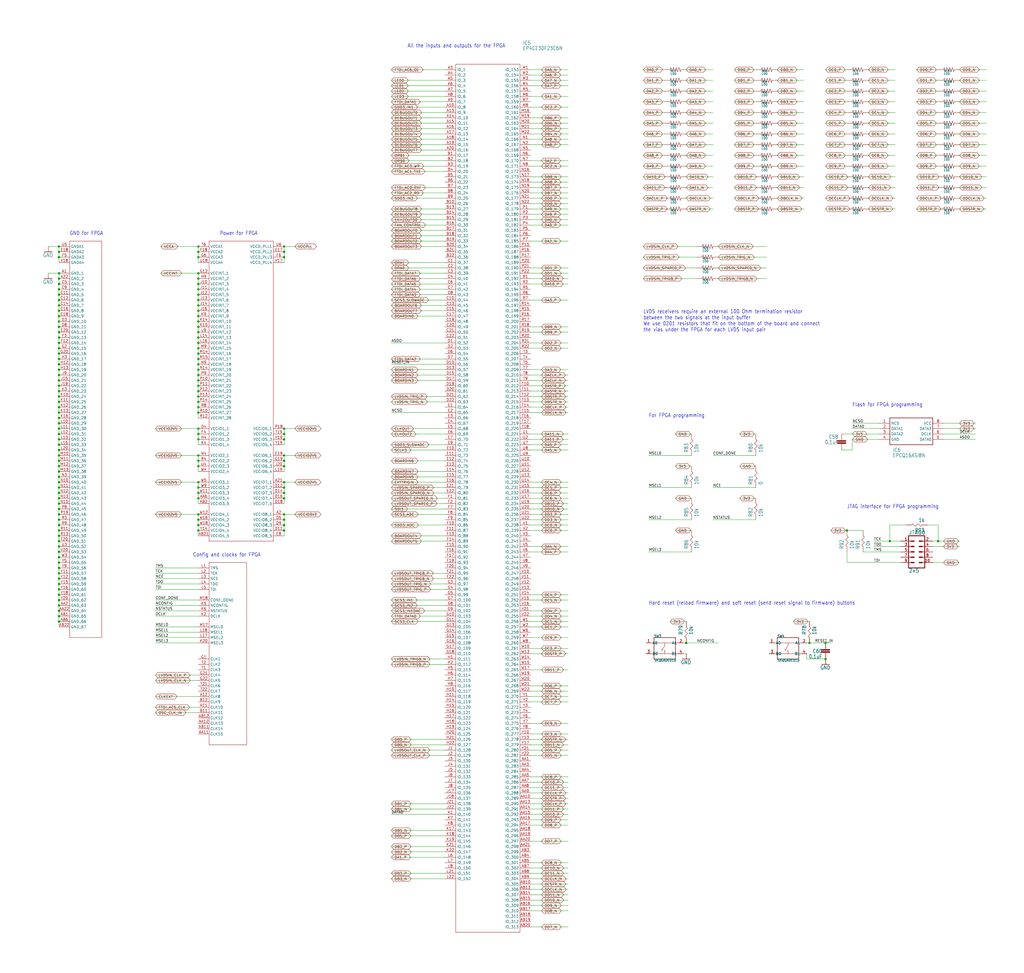
<source format=kicad_sch>
(kicad_sch (version 20231120) (generator "eeschema") (generator_version "8.0")
  (paper "User" 485.216 461.188)
  (junction (at 134.62 236.22))
  (junction (at 27.94 177.8))
  (junction (at 27.94 248.92))
  (junction (at 27.94 198.12))
  (junction (at 93.98 165.1))
  (junction (at 93.98 218.44))
  (junction (at 93.98 185.42))
  (junction (at 27.94 218.44))
  (junction (at 27.94 231.14))
  (junction (at 27.94 281.94))
  (junction (at 93.98 154.94))
  (junction (at 27.94 160.02))
  (junction (at 93.98 175.26))
  (junction (at 27.94 241.3))
  (junction (at 93.98 246.38))
  (junction (at 27.94 226.06))
  (junction (at 93.98 160.02))
  (junction (at 27.94 149.86))
  (junction (at 27.94 119.38))
  (junction (at 134.62 251.46))
  (junction (at 27.94 175.26))
  (junction (at 27.94 246.38))
  (junction (at 27.94 180.34))
  (junction (at 27.94 144.78))
  (junction (at 27.94 228.6))
  (junction (at 27.94 261.62))
  (junction (at 134.62 246.38))
  (junction (at 134.62 243.84))
  (junction (at 27.94 243.84))
  (junction (at 93.98 137.16))
  (junction (at 93.98 251.46))
  (junction (at 93.98 119.38))
  (junction (at 93.98 182.88))
  (junction (at 27.94 210.82))
  (junction (at 93.98 236.22))
  (junction (at 134.62 119.38))
  (junction (at 444.5 256.54))
  (junction (at 93.98 170.18))
  (junction (at 27.94 182.88))
  (junction (at 27.94 220.98))
  (junction (at 134.62 203.2))
  (junction (at 134.62 248.92))
  (junction (at 27.94 264.16))
  (junction (at 27.94 167.64))
  (junction (at 93.98 220.98))
  (junction (at 134.62 233.68))
  (junction (at 27.94 279.4))
  (junction (at 27.94 215.9))
  (junction (at 27.94 223.52))
  (junction (at 134.62 220.98))
  (junction (at 27.94 132.08))
  (junction (at 134.62 215.9))
  (junction (at 93.98 129.54))
  (junction (at 93.98 152.4))
  (junction (at 27.94 139.7))
  (junction (at 93.98 162.56))
  (junction (at 27.94 271.78))
  (junction (at 27.94 187.96))
  (junction (at 27.94 162.56))
  (junction (at 27.94 203.2))
  (junction (at 27.94 292.1))
  (junction (at 93.98 193.04))
  (junction (at 27.94 129.54))
  (junction (at 93.98 187.96))
  (junction (at 93.98 149.86))
  (junction (at 93.98 205.74))
  (junction (at 93.98 177.8))
  (junction (at 27.94 172.72))
  (junction (at 27.94 152.4))
  (junction (at 27.94 238.76))
  (junction (at 27.94 121.92))
  (junction (at 134.62 231.14))
  (junction (at 27.94 165.1))
  (junction (at 27.94 170.18))
  (junction (at 27.94 276.86))
  (junction (at 27.94 256.54))
  (junction (at 27.94 213.36))
  (junction (at 134.62 116.84))
  (junction (at 93.98 172.72))
  (junction (at 27.94 236.22))
  (junction (at 27.94 200.66))
  (junction (at 27.94 134.62))
  (junction (at 391.16 312.42))
  (junction (at 27.94 269.24))
  (junction (at 93.98 190.5))
  (junction (at 27.94 193.04))
  (junction (at 27.94 284.48))
  (junction (at 27.94 274.32))
  (junction (at 93.98 215.9))
  (junction (at 93.98 180.34))
  (junction (at 93.98 208.28))
  (junction (at 93.98 134.62))
  (junction (at 27.94 147.32))
  (junction (at 27.94 205.74))
  (junction (at 27.94 142.24))
  (junction (at 27.94 208.28))
  (junction (at 93.98 144.78))
  (junction (at 383.54 304.8))
  (junction (at 27.94 251.46))
  (junction (at 93.98 228.6))
  (junction (at 27.94 116.84))
  (junction (at 27.94 266.7))
  (junction (at 93.98 248.92))
  (junction (at 134.62 205.74))
  (junction (at 391.16 304.8))
  (junction (at 27.94 154.94))
  (junction (at 325.12 304.8))
  (junction (at 93.98 116.84))
  (junction (at 93.98 121.92))
  (junction (at 93.98 139.7))
  (junction (at 93.98 203.2))
  (junction (at 93.98 243.84))
  (junction (at 93.98 195.58))
  (junction (at 401.32 251.46))
  (junction (at 93.98 231.14))
  (junction (at 93.98 167.64))
  (junction (at 27.94 287.02))
  (junction (at 27.94 289.56))
  (junction (at 134.62 218.44))
  (junction (at 134.62 228.6))
  (junction (at 93.98 142.24))
  (junction (at 421.64 256.54))
  (junction (at 27.94 254))
  (junction (at 27.94 259.08))
  (junction (at 134.62 208.28))
  (junction (at 27.94 185.42))
  (junction (at 27.94 294.64))
  (junction (at 27.94 195.58))
  (junction (at 93.98 132.08))
  (junction (at 27.94 157.48))
  (junction (at 93.98 233.68))
  (junction (at 27.94 137.16))
  (junction (at 27.94 190.5))
  (junction (at 93.98 157.48))
  (junction (at 93.98 147.32))
  (junction (at 134.62 121.92))
  (junction (at 27.94 233.68))
  (wire (pts (xy 269.24 284.48) (xy 251.46 284.48)) (stroke (width 0.1524)))
  (wire (pts (xy 383.54 294.64) (xy 375.92 294.64)) (stroke (width 0.1524)))
  (wire (pts (xy 269.24 114.3) (xy 251.46 114.3)) (stroke (width 0.1524)))
  (wire (pts (xy 401.32 63.5) (xy 391.16 63.5)) (stroke (width 0.1524)))
  (wire (pts (xy 27.94 185.42) (xy 27.94 182.88)) (stroke (width 0.1524)))
  (wire (pts (xy 27.94 149.86) (xy 27.94 147.32)) (stroke (width 0.1524)))
  (wire (pts (xy 416.56 200.66) (xy 403.86 200.66)) (stroke (width 0.1524)))
  (wire (pts (xy 210.82 149.86) (xy 185.42 149.86)) (stroke (width 0.1524)))
  (wire (pts (xy 358.14 205.74) (xy 350.52 205.74)) (stroke (width 0.1524)))
  (wire (pts (xy 269.24 327.66) (xy 251.46 327.66)) (stroke (width 0.1524)))
  (wire (pts (xy 444.5 248.92) (xy 444.5 256.54)) (stroke (width 0.1524)))
  (wire (pts (xy 269.24 233.68) (xy 251.46 233.68)) (stroke (width 0.1524)))
  (wire (pts (xy 314.96 73.66) (xy 304.8 73.66)) (stroke (width 0.1524)))
  (wire (pts (xy 269.24 96.52) (xy 251.46 96.52)) (stroke (width 0.1524)))
  (wire (pts (xy 368.3 93.98) (xy 381 93.98)) (stroke (width 0.1524)))
  (wire (pts (xy 134.62 210.82) (xy 134.62 208.28)) (stroke (width 0.1524)))
  (wire (pts (xy 411.48 38.1) (xy 424.18 38.1)) (stroke (width 0.1524)))
  (wire (pts (xy 27.94 205.74) (xy 27.94 203.2)) (stroke (width 0.1524)))
  (wire (pts (xy 269.24 431.8) (xy 251.46 431.8)) (stroke (width 0.1524)))
  (wire (pts (xy 269.24 388.62) (xy 251.46 388.62)) (stroke (width 0.1524)))
  (wire (pts (xy 93.98 124.46) (xy 93.98 121.92)) (stroke (width 0.1524)))
  (wire (pts (xy 210.82 238.76) (xy 185.42 238.76)) (stroke (width 0.1524)))
  (wire (pts (xy 269.24 185.42) (xy 251.46 185.42)) (stroke (width 0.1524)))
  (wire (pts (xy 401.32 38.1) (xy 391.16 38.1)) (stroke (width 0.1524)))
  (wire (pts (xy 269.24 91.44) (xy 251.46 91.44)) (stroke (width 0.1524)))
  (wire (pts (xy 444.5 88.9) (xy 434.34 88.9)) (stroke (width 0.1524)))
  (wire (pts (xy 27.94 231.14) (xy 27.94 228.6)) (stroke (width 0.1524)))
  (wire (pts (xy 358.14 43.18) (xy 347.98 43.18)) (stroke (width 0.1524)))
  (wire (pts (xy 325.12 63.5) (xy 337.82 63.5)) (stroke (width 0.1524)))
  (wire (pts (xy 416.56 203.2) (xy 403.86 203.2)) (stroke (width 0.1524)))
  (wire (pts (xy 444.5 58.42) (xy 434.34 58.42)) (stroke (width 0.1524)))
  (wire (pts (xy 314.96 83.82) (xy 304.8 83.82)) (stroke (width 0.1524)))
  (wire (pts (xy 314.96 48.26) (xy 304.8 48.26)) (stroke (width 0.1524)))
  (wire (pts (xy 269.24 213.36) (xy 251.46 213.36)) (stroke (width 0.1524)))
  (wire (pts (xy 27.94 137.16) (xy 27.94 134.62)) (stroke (width 0.1524)))
  (wire (pts (xy 210.82 287.02) (xy 185.42 287.02)) (stroke (width 0.1524)))
  (wire (pts (xy 93.98 322.58) (xy 73.66 322.58)) (stroke (width 0.1524)))
  (wire (pts (xy 337.82 246.38) (xy 358.14 246.38)) (stroke (width 0.1524)))
  (wire (pts (xy 134.62 233.68) (xy 134.62 231.14)) (stroke (width 0.1524)))
  (wire (pts (xy 269.24 370.84) (xy 251.46 370.84)) (stroke (width 0.1524)))
  (wire (pts (xy 27.94 279.4) (xy 27.94 276.86)) (stroke (width 0.1524)))
  (wire (pts (xy 269.24 426.72) (xy 251.46 426.72)) (stroke (width 0.1524)))
  (wire (pts (xy 210.82 58.42) (xy 185.42 58.42)) (stroke (width 0.1524)))
  (wire (pts (xy 210.82 127) (xy 185.42 127)) (stroke (width 0.1524)))
  (wire (pts (xy 93.98 289.56) (xy 73.66 289.56)) (stroke (width 0.1524)))
  (wire (pts (xy 210.82 350.52) (xy 185.42 350.52)) (stroke (width 0.1524)))
  (wire (pts (xy 210.82 162.56) (xy 185.42 162.56)) (stroke (width 0.1524)))
  (wire (pts (xy 93.98 177.8) (xy 93.98 175.26)) (stroke (width 0.1524)))
  (wire (pts (xy 269.24 78.74) (xy 251.46 78.74)) (stroke (width 0.1524)))
  (wire (pts (xy 314.96 33.02) (xy 304.8 33.02)) (stroke (width 0.1524)))
  (wire (pts (xy 27.94 193.04) (xy 27.94 190.5)) (stroke (width 0.1524)))
  (wire (pts (xy 444.5 93.98) (xy 434.34 93.98)) (stroke (width 0.1524)))
  (wire (pts (xy 27.94 220.98) (xy 27.94 218.44)) (stroke (width 0.1524)))
  (wire (pts (xy 325.12 88.9) (xy 337.82 88.9)) (stroke (width 0.1524)))
  (wire (pts (xy 210.82 40.64) (xy 185.42 40.64)) (stroke (width 0.1524)))
  (wire (pts (xy 134.62 246.38) (xy 134.62 243.84)) (stroke (width 0.1524)))
  (wire (pts (xy 210.82 403.86) (xy 185.42 403.86)) (stroke (width 0.1524)))
  (wire (pts (xy 314.96 53.34) (xy 304.8 53.34)) (stroke (width 0.1524)))
  (wire (pts (xy 325.12 83.82) (xy 337.82 83.82)) (stroke (width 0.1524)))
  (wire (pts (xy 314.96 38.1) (xy 304.8 38.1)) (stroke (width 0.1524)))
  (wire (pts (xy 454.66 83.82) (xy 467.36 83.82)) (stroke (width 0.1524)))
  (wire (pts (xy 27.94 254) (xy 27.94 251.46)) (stroke (width 0.1524)))
  (wire (pts (xy 269.24 236.22) (xy 251.46 236.22)) (stroke (width 0.1524)))
  (wire (pts (xy 426.72 259.08) (xy 414.02 259.08)) (stroke (width 0.1524)))
  (wire (pts (xy 93.98 335.28) (xy 73.66 335.28)) (stroke (width 0.1524)))
  (wire (pts (xy 93.98 182.88) (xy 93.98 180.34)) (stroke (width 0.1524)))
  (wire (pts (xy 269.24 307.34) (xy 251.46 307.34)) (stroke (width 0.1524)))
  (wire (pts (xy 314.96 43.18) (xy 304.8 43.18)) (stroke (width 0.1524)))
  (wire (pts (xy 210.82 180.34) (xy 185.42 180.34)) (stroke (width 0.1524)))
  (wire (pts (xy 210.82 284.48) (xy 185.42 284.48)) (stroke (width 0.1524)))
  (wire (pts (xy 269.24 353.06) (xy 251.46 353.06)) (stroke (width 0.1524)))
  (wire (pts (xy 307.34 231.14) (xy 327.66 231.14)) (stroke (width 0.1524)))
  (wire (pts (xy 210.82 396.24) (xy 185.42 396.24)) (stroke (width 0.1524)))
  (wire (pts (xy 444.5 256.54) (xy 454.66 256.54)) (stroke (width 0.1524)))
  (wire (pts (xy 269.24 398.78) (xy 251.46 398.78)) (stroke (width 0.1524)))
  (wire (pts (xy 314.96 68.58) (xy 304.8 68.58)) (stroke (width 0.1524)))
  (wire (pts (xy 411.48 78.74) (xy 424.18 78.74)) (stroke (width 0.1524)))
  (wire (pts (xy 210.82 414.02) (xy 185.42 414.02)) (stroke (width 0.1524)))
  (wire (pts (xy 27.94 218.44) (xy 27.94 215.9)) (stroke (width 0.1524)))
  (wire (pts (xy 314.96 63.5) (xy 304.8 63.5)) (stroke (width 0.1524)))
  (wire (pts (xy 93.98 172.72) (xy 93.98 170.18)) (stroke (width 0.1524)))
  (wire (pts (xy 269.24 243.84) (xy 251.46 243.84)) (stroke (width 0.1524)))
  (wire (pts (xy 269.24 421.64) (xy 251.46 421.64)) (stroke (width 0.1524)))
  (wire (pts (xy 325.12 33.02) (xy 337.82 33.02)) (stroke (width 0.1524)))
  (wire (pts (xy 269.24 416.56) (xy 251.46 416.56)) (stroke (width 0.1524)))
  (wire (pts (xy 368.3 48.26) (xy 381 48.26)) (stroke (width 0.1524)))
  (wire (pts (xy 210.82 393.7) (xy 185.42 393.7)) (stroke (width 0.1524)))
  (wire (pts (xy 454.66 78.74) (xy 467.36 78.74)) (stroke (width 0.1524)))
  (wire (pts (xy 210.82 99.06) (xy 185.42 99.06)) (stroke (width 0.1524)))
  (wire (pts (xy 93.98 208.28) (xy 93.98 205.74)) (stroke (width 0.1524)))
  (wire (pts (xy 134.62 121.92) (xy 134.62 119.38)) (stroke (width 0.1524)))
  (wire (pts (xy 269.24 195.58) (xy 251.46 195.58)) (stroke (width 0.1524)))
  (wire (pts (xy 134.62 124.46) (xy 134.62 121.92)) (stroke (width 0.1524)))
  (wire (pts (xy 210.82 78.74) (xy 185.42 78.74)) (stroke (width 0.1524)))
  (wire (pts (xy 93.98 304.8) (xy 73.66 304.8)) (stroke (width 0.1524)))
  (wire (pts (xy 439.42 248.92) (xy 444.5 248.92)) (stroke (width 0.1524)))
  (wire (pts (xy 27.94 276.86) (xy 27.94 274.32)) (stroke (width 0.1524)))
  (wire (pts (xy 454.66 38.1) (xy 467.36 38.1)) (stroke (width 0.1524)))
  (wire (pts (xy 368.3 68.58) (xy 381 68.58)) (stroke (width 0.1524)))
  (wire (pts (xy 411.48 68.58) (xy 424.18 68.58)) (stroke (width 0.1524)))
  (wire (pts (xy 27.94 208.28) (xy 27.94 205.74)) (stroke (width 0.1524)))
  (wire (pts (xy 269.24 165.1) (xy 251.46 165.1)) (stroke (width 0.1524)))
  (wire (pts (xy 327.66 205.74) (xy 320.04 205.74)) (stroke (width 0.1524)))
  (wire (pts (xy 134.62 205.74) (xy 134.62 203.2)) (stroke (width 0.1524)))
  (wire (pts (xy 27.94 292.1) (xy 27.94 289.56)) (stroke (width 0.1524)))
  (wire (pts (xy 416.56 205.74) (xy 398.78 205.74)) (stroke (width 0.1524)))
  (wire (pts (xy 27.94 238.76) (xy 27.94 236.22)) (stroke (width 0.1524)))
  (wire (pts (xy 403.86 208.28) (xy 403.86 213.36)) (stroke (width 0.1524)))
  (wire (pts (xy 429.26 248.92) (xy 421.64 248.92)) (stroke (width 0.1524)))
  (wire (pts (xy 269.24 292.1) (xy 251.46 292.1)) (stroke (width 0.1524)))
  (wire (pts (xy 27.94 259.08) (xy 27.94 256.54)) (stroke (width 0.1524)))
  (wire (pts (xy 27.94 144.78) (xy 27.94 142.24)) (stroke (width 0.1524)))
  (wire (pts (xy 269.24 325.12) (xy 251.46 325.12)) (stroke (width 0.1524)))
  (wire (pts (xy 93.98 195.58) (xy 93.98 193.04)) (stroke (width 0.1524)))
  (wire (pts (xy 210.82 68.58) (xy 185.42 68.58)) (stroke (width 0.1524)))
  (wire (pts (xy 210.82 358.14) (xy 185.42 358.14)) (stroke (width 0.1524)))
  (wire (pts (xy 93.98 210.82) (xy 93.98 208.28)) (stroke (width 0.1524)))
  (wire (pts (xy 93.98 271.78) (xy 73.66 271.78)) (stroke (width 0.1524)))
  (wire (pts (xy 134.62 220.98) (xy 134.62 218.44)) (stroke (width 0.1524)))
  (wire (pts (xy 340.36 116.84) (xy 363.22 116.84)) (stroke (width 0.1524)))
  (wire (pts (xy 27.94 215.9) (xy 27.94 213.36)) (stroke (width 0.1524)))
  (wire (pts (xy 27.94 248.92) (xy 27.94 246.38)) (stroke (width 0.1524)))
  (wire (pts (xy 93.98 274.32) (xy 73.66 274.32)) (stroke (width 0.1524)))
  (wire (pts (xy 368.3 63.5) (xy 381 63.5)) (stroke (width 0.1524)))
  (wire (pts (xy 368.3 78.74) (xy 381 78.74)) (stroke (width 0.1524)))
  (wire (pts (xy 134.62 251.46) (xy 134.62 248.92)) (stroke (width 0.1524)))
  (wire (pts (xy 269.24 205.74) (xy 251.46 205.74)) (stroke (width 0.1524)))
  (wire (pts (xy 210.82 213.36) (xy 185.42 213.36)) (stroke (width 0.1524)))
  (wire (pts (xy 307.34 246.38) (xy 327.66 246.38)) (stroke (width 0.1524)))
  (wire (pts (xy 269.24 294.64) (xy 251.46 294.64)) (stroke (width 0.1524)))
  (wire (pts (xy 269.24 373.38) (xy 251.46 373.38)) (stroke (width 0.1524)))
  (wire (pts (xy 210.82 294.64) (xy 185.42 294.64)) (stroke (width 0.1524)))
  (wire (pts (xy 210.82 205.74) (xy 185.42 205.74)) (stroke (width 0.1524)))
  (wire (pts (xy 269.24 332.74) (xy 251.46 332.74)) (stroke (width 0.1524)))
  (wire (pts (xy 27.94 200.66) (xy 27.94 198.12)) (stroke (width 0.1524)))
  (wire (pts (xy 327.66 251.46) (xy 320.04 251.46)) (stroke (width 0.1524)))
  (wire (pts (xy 210.82 45.72) (xy 185.42 45.72)) (stroke (width 0.1524)))
  (wire (pts (xy 27.94 210.82) (xy 27.94 208.28)) (stroke (width 0.1524)))
  (wire (pts (xy 269.24 55.88) (xy 251.46 55.88)) (stroke (width 0.1524)))
  (wire (pts (xy 93.98 190.5) (xy 93.98 187.96)) (stroke (width 0.1524)))
  (wire (pts (xy 93.98 236.22) (xy 93.98 233.68)) (stroke (width 0.1524)))
  (wire (pts (xy 27.94 132.08) (xy 27.94 129.54)) (stroke (width 0.1524)))
  (wire (pts (xy 210.82 66.04) (xy 185.42 66.04)) (stroke (width 0.1524)))
  (wire (pts (xy 269.24 76.2) (xy 251.46 76.2)) (stroke (width 0.1524)))
  (wire (pts (xy 441.96 256.54) (xy 444.5 256.54)) (stroke (width 0.1524)))
  (wire (pts (xy 368.3 53.34) (xy 381 53.34)) (stroke (width 0.1524)))
  (wire (pts (xy 27.94 264.16) (xy 27.94 261.62)) (stroke (width 0.1524)))
  (wire (pts (xy 27.94 160.02) (xy 27.94 157.48)) (stroke (width 0.1524)))
  (wire (pts (xy 93.98 299.72) (xy 73.66 299.72)) (stroke (width 0.1524)))
  (wire (pts (xy 269.24 419.1) (xy 251.46 419.1)) (stroke (width 0.1524)))
  (wire (pts (xy 93.98 121.92) (xy 93.98 119.38)) (stroke (width 0.1524)))
  (wire (pts (xy 73.66 215.9) (xy 93.98 215.9)) (stroke (width 0.1524)))
  (wire (pts (xy 93.98 193.04) (xy 93.98 190.5)) (stroke (width 0.1524)))
  (wire (pts (xy 314.96 58.42) (xy 304.8 58.42)) (stroke (width 0.1524)))
  (wire (pts (xy 210.82 190.5) (xy 185.42 190.5)) (stroke (width 0.1524)))
  (wire (pts (xy 269.24 129.54) (xy 251.46 129.54)) (stroke (width 0.1524)))
  (wire (pts (xy 93.98 139.7) (xy 93.98 137.16)) (stroke (width 0.1524)))
  (wire (pts (xy 441.96 266.7) (xy 454.66 266.7)) (stroke (width 0.1524)))
  (wire (pts (xy 210.82 289.56) (xy 185.42 289.56)) (stroke (width 0.1524)))
  (wire (pts (xy 210.82 223.52) (xy 185.42 223.52)) (stroke (width 0.1524)))
  (wire (pts (xy 327.66 236.22) (xy 320.04 236.22)) (stroke (width 0.1524)))
  (wire (pts (xy 444.5 33.02) (xy 434.34 33.02)) (stroke (width 0.1524)))
  (wire (pts (xy 411.48 73.66) (xy 424.18 73.66)) (stroke (width 0.1524)))
  (wire (pts (xy 269.24 157.48) (xy 251.46 157.48)) (stroke (width 0.1524)))
  (wire (pts (xy 27.94 172.72) (xy 27.94 170.18)) (stroke (width 0.1524)))
  (wire (pts (xy 210.82 231.14) (xy 185.42 231.14)) (stroke (width 0.1524)))
  (wire (pts (xy 382.27 304.8) (xy 383.54 304.8)) (stroke (width 0.1524)))
  (wire (pts (xy 210.82 386.08) (xy 185.42 386.08)) (stroke (width 0.1524)))
  (wire (pts (xy 93.98 223.52) (xy 93.98 220.98)) (stroke (width 0.1524)))
  (wire (pts (xy 93.98 175.26) (xy 93.98 172.72)) (stroke (width 0.1524)))
  (wire (pts (xy 368.3 43.18) (xy 381 43.18)) (stroke (width 0.1524)))
  (wire (pts (xy 269.24 50.8) (xy 251.46 50.8)) (stroke (width 0.1524)))
  (wire (pts (xy 27.94 152.4) (xy 27.94 149.86)) (stroke (width 0.1524)))
  (wire (pts (xy 27.94 177.8) (xy 27.94 175.26)) (stroke (width 0.1524)))
  (wire (pts (xy 210.82 63.5) (xy 185.42 63.5)) (stroke (width 0.1524)))
  (wire (pts (xy 210.82 144.78) (xy 185.42 144.78)) (stroke (width 0.1524)))
  (wire (pts (xy 93.98 203.2) (xy 73.66 203.2)) (stroke (width 0.1524)))
  (wire (pts (xy 210.82 195.58) (xy 185.42 195.58)) (stroke (width 0.1524)))
  (wire (pts (xy 269.24 86.36) (xy 251.46 86.36)) (stroke (width 0.1524)))
  (wire (pts (xy 210.82 60.96) (xy 185.42 60.96)) (stroke (width 0.1524)))
  (wire (pts (xy 269.24 439.42) (xy 251.46 439.42)) (stroke (width 0.1524)))
  (wire (pts (xy 393.7 251.46) (xy 401.32 251.46)) (stroke (width 0.1524)))
  (wire (pts (xy 210.82 226.06) (xy 185.42 226.06)) (stroke (width 0.1524)))
  (wire (pts (xy 368.3 73.66) (xy 381 73.66)) (stroke (width 0.1524)))
  (wire (pts (xy 454.66 48.26) (xy 467.36 48.26)) (stroke (width 0.1524)))
  (wire (pts (xy 269.24 251.46) (xy 251.46 251.46)) (stroke (width 0.1524)))
  (wire (pts (xy 340.36 132.08) (xy 363.22 132.08)) (stroke (width 0.1524)))
  (wire (pts (xy 269.24 58.42) (xy 251.46 58.42)) (stroke (width 0.1524)))
  (wire (pts (xy 27.94 165.1) (xy 27.94 162.56)) (stroke (width 0.1524)))
  (wire (pts (xy 210.82 276.86) (xy 185.42 276.86)) (stroke (width 0.1524)))
  (wire (pts (xy 93.98 185.42) (xy 93.98 182.88)) (stroke (width 0.1524)))
  (wire (pts (xy 210.82 353.06) (xy 185.42 353.06)) (stroke (width 0.1524)))
  (wire (pts (xy 210.82 38.1) (xy 185.42 38.1)) (stroke (width 0.1524)))
  (wire (pts (xy 210.82 406.4) (xy 185.42 406.4)) (stroke (width 0.1524)))
  (wire (pts (xy 314.96 99.06) (xy 304.8 99.06)) (stroke (width 0.1524)))
  (wire (pts (xy 210.82 218.44) (xy 185.42 218.44)) (stroke (width 0.1524)))
  (wire (pts (xy 210.82 81.28) (xy 185.42 81.28)) (stroke (width 0.1524)))
  (wire (pts (xy 382.27 312.42) (xy 391.16 312.42)) (stroke (width 0.1524)))
  (wire (pts (xy 358.14 236.22) (xy 350.52 236.22)) (stroke (width 0.1524)))
  (wire (pts (xy 269.24 180.34) (xy 251.46 180.34)) (stroke (width 0.1524)))
  (wire (pts (xy 134.62 236.22) (xy 134.62 233.68)) (stroke (width 0.1524)))
  (wire (pts (xy 73.66 284.48) (xy 93.98 284.48)) (stroke (width 0.1524)))
  (wire (pts (xy 93.98 254) (xy 93.98 251.46)) (stroke (width 0.1524)))
  (wire (pts (xy 93.98 134.62) (xy 93.98 132.08)) (stroke (width 0.1524)))
  (wire (pts (xy 269.24 241.3) (xy 251.46 241.3)) (stroke (width 0.1524)))
  (wire (pts (xy 134.62 254) (xy 134.62 251.46)) (stroke (width 0.1524)))
  (wire (pts (xy 134.62 119.38) (xy 134.62 116.84)) (stroke (width 0.1524)))
  (wire (pts (xy 269.24 228.6) (xy 251.46 228.6)) (stroke (width 0.1524)))
  (wire (pts (xy 210.82 134.62) (xy 185.42 134.62)) (stroke (width 0.1524)))
  (wire (pts (xy 134.62 243.84) (xy 149.86 243.84)) (stroke (width 0.1524)))
  (wire (pts (xy 269.24 93.98) (xy 251.46 93.98)) (stroke (width 0.1524)))
  (wire (pts (xy 76.2 116.84) (xy 93.98 116.84)) (stroke (width 0.1524)))
  (wire (pts (xy 269.24 88.9) (xy 251.46 88.9)) (stroke (width 0.1524)))
  (wire (pts (xy 454.66 93.98) (xy 467.36 93.98)) (stroke (width 0.1524)))
  (wire (pts (xy 210.82 210.82) (xy 185.42 210.82)) (stroke (width 0.1524)))
  (wire (pts (xy 269.24 281.94) (xy 251.46 281.94)) (stroke (width 0.1524)))
  (wire (pts (xy 314.96 78.74) (xy 304.8 78.74)) (stroke (width 0.1524)))
  (wire (pts (xy 210.82 241.3) (xy 185.42 241.3)) (stroke (width 0.1524)))
  (wire (pts (xy 27.94 142.24) (xy 27.94 139.7)) (stroke (width 0.1524)))
  (wire (pts (xy 93.98 246.38) (xy 93.98 243.84)) (stroke (width 0.1524)))
  (wire (pts (xy 447.04 200.66) (xy 462.28 200.66)) (stroke (width 0.1524)))
  (wire (pts (xy 411.48 88.9) (xy 424.18 88.9)) (stroke (width 0.1524)))
  (wire (pts (xy 27.94 203.2) (xy 27.94 200.66)) (stroke (width 0.1524)))
  (wire (pts (xy 27.94 251.46) (xy 27.94 248.92)) (stroke (width 0.1524)))
  (wire (pts (xy 411.48 99.06) (xy 424.18 99.06)) (stroke (width 0.1524)))
  (wire (pts (xy 368.3 99.06) (xy 381 99.06)) (stroke (width 0.1524)))
  (wire (pts (xy 210.82 233.68) (xy 185.42 233.68)) (stroke (width 0.1524)))
  (wire (pts (xy 401.32 99.06) (xy 391.16 99.06)) (stroke (width 0.1524)))
  (wire (pts (xy 210.82 274.32) (xy 185.42 274.32)) (stroke (width 0.1524)))
  (wire (pts (xy 27.94 236.22) (xy 27.94 233.68)) (stroke (width 0.1524)))
  (wire (pts (xy 401.32 58.42) (xy 391.16 58.42)) (stroke (width 0.1524)))
  (wire (pts (xy 269.24 391.16) (xy 251.46 391.16)) (stroke (width 0.1524)))
  (wire (pts (xy 93.98 287.02) (xy 73.66 287.02)) (stroke (width 0.1524)))
  (wire (pts (xy 210.82 91.44) (xy 185.42 91.44)) (stroke (width 0.1524)))
  (wire (pts (xy 358.14 38.1) (xy 347.98 38.1)) (stroke (width 0.1524)))
  (wire (pts (xy 134.62 223.52) (xy 134.62 220.98)) (stroke (width 0.1524)))
  (wire (pts (xy 401.32 73.66) (xy 391.16 73.66)) (stroke (width 0.1524)))
  (wire (pts (xy 27.94 116.84) (xy 22.86 116.84)) (stroke (width 0.1524)))
  (wire (pts (xy 210.82 71.12) (xy 185.42 71.12)) (stroke (width 0.1524)))
  (wire (pts (xy 269.24 350.52) (xy 251.46 350.52)) (stroke (width 0.1524)))
  (wire (pts (xy 325.12 78.74) (xy 337.82 78.74)) (stroke (width 0.1524)))
  (wire (pts (xy 454.66 58.42) (xy 467.36 58.42)) (stroke (width 0.1524)))
  (wire (pts (xy 358.14 88.9) (xy 347.98 88.9)) (stroke (width 0.1524)))
  (wire (pts (xy 444.5 83.82) (xy 434.34 83.82)) (stroke (width 0.1524)))
  (wire (pts (xy 210.82 137.16) (xy 185.42 137.16)) (stroke (width 0.1524)))
  (wire (pts (xy 210.82 243.84) (xy 185.42 243.84)) (stroke (width 0.1524)))
  (wire (pts (xy 210.82 170.18) (xy 185.42 170.18)) (stroke (width 0.1524)))
  (wire (pts (xy 269.24 383.54) (xy 251.46 383.54)) (stroke (width 0.1524)))
  (wire (pts (xy 330.2 132.08) (xy 304.8 132.08)) (stroke (width 0.1524)))
  (wire (pts (xy 411.48 53.34) (xy 424.18 53.34)) (stroke (width 0.1524)))
  (wire (pts (xy 269.24 375.92) (xy 251.46 375.92)) (stroke (width 0.1524)))
  (wire (pts (xy 401.32 88.9) (xy 391.16 88.9)) (stroke (width 0.1524)))
  (wire (pts (xy 323.85 304.8) (xy 325.12 304.8)) (stroke (width 0.1524)))
  (wire (pts (xy 210.82 111.76) (xy 185.42 111.76)) (stroke (width 0.1524)))
  (wire (pts (xy 269.24 127) (xy 251.46 127)) (stroke (width 0.1524)))
  (wire (pts (xy 447.04 208.28) (xy 462.28 208.28)) (stroke (width 0.1524)))
  (wire (pts (xy 93.98 142.24) (xy 93.98 139.7)) (stroke (width 0.1524)))
  (wire (pts (xy 93.98 279.4) (xy 73.66 279.4)) (stroke (width 0.1524)))
  (wire (pts (xy 269.24 154.94) (xy 251.46 154.94)) (stroke (width 0.1524)))
  (wire (pts (xy 27.94 195.58) (xy 27.94 193.04)) (stroke (width 0.1524)))
  (wire (pts (xy 93.98 144.78) (xy 93.98 142.24)) (stroke (width 0.1524)))
  (wire (pts (xy 401.32 33.02) (xy 391.16 33.02)) (stroke (width 0.1524)))
  (wire (pts (xy 27.94 129.54) (xy 22.86 129.54)) (stroke (width 0.1524)))
  (wire (pts (xy 93.98 276.86) (xy 73.66 276.86)) (stroke (width 0.1524)))
  (wire (pts (xy 269.24 330.2) (xy 251.46 330.2)) (stroke (width 0.1524)))
  (wire (pts (xy 269.24 429.26) (xy 251.46 429.26)) (stroke (width 0.1524)))
  (wire (pts (xy 325.12 53.34) (xy 337.82 53.34)) (stroke (width 0.1524)))
  (wire (pts (xy 27.94 281.94) (xy 27.94 279.4)) (stroke (width 0.1524)))
  (wire (pts (xy 93.98 337.82) (xy 73.66 337.82)) (stroke (width 0.1524)))
  (wire (pts (xy 325.12 294.64) (xy 317.5 294.64)) (stroke (width 0.1524)))
  (wire (pts (xy 269.24 309.88) (xy 251.46 309.88)) (stroke (width 0.1524)))
  (wire (pts (xy 149.86 203.2) (xy 134.62 203.2)) (stroke (width 0.1524)))
  (wire (pts (xy 93.98 132.08) (xy 93.98 129.54)) (stroke (width 0.1524)))
  (wire (pts (xy 444.5 73.66) (xy 434.34 73.66)) (stroke (width 0.1524)))
  (wire (pts (xy 444.5 78.74) (xy 434.34 78.74)) (stroke (width 0.1524)))
  (wire (pts (xy 27.94 297.18) (xy 27.94 294.64)) (stroke (width 0.1524)))
  (wire (pts (xy 210.82 104.14) (xy 185.42 104.14)) (stroke (width 0.1524)))
  (wire (pts (xy 444.5 38.1) (xy 434.34 38.1)) (stroke (width 0.1524)))
  (wire (pts (xy 93.98 238.76) (xy 93.98 236.22)) (stroke (width 0.1524)))
  (wire (pts (xy 383.54 304.8) (xy 391.16 304.8)) (stroke (width 0.1524)))
  (wire (pts (xy 454.66 53.34) (xy 467.36 53.34)) (stroke (width 0.1524)))
  (wire (pts (xy 269.24 182.88) (xy 251.46 182.88)) (stroke (width 0.1524)))
  (wire (pts (xy 325.12 304.8) (xy 340.36 304.8)) (stroke (width 0.1524)))
  (wire (pts (xy 447.04 205.74) (xy 462.28 205.74)) (stroke (width 0.1524)))
  (wire (pts (xy 134.62 238.76) (xy 134.62 236.22)) (stroke (width 0.1524)))
  (wire (pts (xy 411.48 43.18) (xy 424.18 43.18)) (stroke (width 0.1524)))
  (wire (pts (xy 416.56 208.28) (xy 403.86 208.28)) (stroke (width 0.1524)))
  (wire (pts (xy 210.82 254) (xy 185.42 254)) (stroke (width 0.1524)))
  (wire (pts (xy 325.12 93.98) (xy 337.82 93.98)) (stroke (width 0.1524)))
  (wire (pts (xy 408.94 251.46) (xy 401.32 251.46)) (stroke (width 0.1524)))
  (wire (pts (xy 210.82 114.3) (xy 185.42 114.3)) (stroke (width 0.1524)))
  (wire (pts (xy 93.98 198.12) (xy 93.98 195.58)) (stroke (width 0.1524)))
  (wire (pts (xy 269.24 317.5) (xy 251.46 317.5)) (stroke (width 0.1524)))
  (wire (pts (xy 210.82 93.98) (xy 185.42 93.98)) (stroke (width 0.1524)))
  (wire (pts (xy 93.98 160.02) (xy 93.98 157.48)) (stroke (width 0.1524)))
  (wire (pts (xy 269.24 162.56) (xy 251.46 162.56)) (stroke (width 0.1524)))
  (wire (pts (xy 210.82 76.2) (xy 185.42 76.2)) (stroke (width 0.1524)))
  (wire (pts (xy 210.82 73.66) (xy 185.42 73.66)) (stroke (width 0.1524)))
  (wire (pts (xy 93.98 147.32) (xy 93.98 144.78)) (stroke (width 0.1524)))
  (wire (pts (xy 93.98 180.34) (xy 93.98 177.8)) (stroke (width 0.1524)))
  (wire (pts (xy 330.2 121.92) (xy 304.8 121.92)) (stroke (width 0.1524)))
  (wire (pts (xy 73.66 297.18) (xy 93.98 297.18)) (stroke (width 0.1524)))
  (wire (pts (xy 93.98 248.92) (xy 93.98 246.38)) (stroke (width 0.1524)))
  (wire (pts (xy 269.24 259.08) (xy 251.46 259.08)) (stroke (width 0.1524)))
  (wire (pts (xy 269.24 378.46) (xy 251.46 378.46)) (stroke (width 0.1524)))
  (wire (pts (xy 210.82 383.54) (xy 185.42 383.54)) (stroke (width 0.1524)))
  (wire (pts (xy 93.98 231.14) (xy 93.98 228.6)) (stroke (width 0.1524)))
  (wire (pts (xy 210.82 88.9) (xy 185.42 88.9)) (stroke (width 0.1524)))
  (wire (pts (xy 269.24 246.38) (xy 251.46 246.38)) (stroke (width 0.1524)))
  (wire (pts (xy 269.24 132.08) (xy 251.46 132.08)) (stroke (width 0.1524)))
  (wire (pts (xy 269.24 358.14) (xy 251.46 358.14)) (stroke (width 0.1524)))
  (wire (pts (xy 269.24 210.82) (xy 251.46 210.82)) (stroke (width 0.1524)))
  (wire (pts (xy 382.27 309.88) (xy 382.27 312.42)) (stroke (width 0.1524)))
  (wire (pts (xy 27.94 269.24) (xy 27.94 266.7)) (stroke (width 0.1524)))
  (wire (pts (xy 411.48 33.02) (xy 424.18 33.02)) (stroke (width 0.1524)))
  (wire (pts (xy 325.12 38.1) (xy 337.82 38.1)) (stroke (width 0.1524)))
  (wire (pts (xy 401.32 53.34) (xy 391.16 53.34)) (stroke (width 0.1524)))
  (wire (pts (xy 210.82 132.08) (xy 185.42 132.08)) (stroke (width 0.1524)))
  (wire (pts (xy 93.98 330.2) (xy 73.66 330.2)) (stroke (width 0.1524)))
  (wire (pts (xy 93.98 154.94) (xy 93.98 152.4)) (stroke (width 0.1524)))
  (wire (pts (xy 269.24 261.62) (xy 251.46 261.62)) (stroke (width 0.1524)))
  (wire (pts (xy 210.82 228.6) (xy 185.42 228.6)) (stroke (width 0.1524)))
  (wire (pts (xy 269.24 134.62) (xy 251.46 134.62)) (stroke (width 0.1524)))
  (wire (pts (xy 27.94 233.68) (xy 27.94 231.14)) (stroke (width 0.1524)))
  (wire (pts (xy 210.82 172.72) (xy 185.42 172.72)) (stroke (width 0.1524)))
  (wire (pts (xy 426.72 261.62) (xy 408.94 261.62)) (stroke (width 0.1524)))
  (wire (pts (xy 27.94 261.62) (xy 27.94 259.08)) (stroke (width 0.1524)))
  (wire (pts (xy 93.98 220.98) (xy 93.98 218.44)) (stroke (width 0.1524)))
  (wire (pts (xy 340.36 127) (xy 363.22 127)) (stroke (width 0.1524)))
  (wire (pts (xy 330.2 127) (xy 304.8 127)) (stroke (width 0.1524)))
  (wire (pts (xy 27.94 228.6) (xy 27.94 226.06)) (stroke (width 0.1524)))
  (wire (pts (xy 134.62 215.9) (xy 149.86 215.9)) (stroke (width 0.1524)))
  (wire (pts (xy 269.24 35.56) (xy 251.46 35.56)) (stroke (width 0.1524)))
  (wire (pts (xy 358.14 93.98) (xy 347.98 93.98)) (stroke (width 0.1524)))
  (wire (pts (xy 269.24 33.02) (xy 251.46 33.02)) (stroke (width 0.1524)))
  (wire (pts (xy 27.94 187.96) (xy 27.94 185.42)) (stroke (width 0.1524)))
  (wire (pts (xy 27.94 256.54) (xy 27.94 254)) (stroke (width 0.1524)))
  (wire (pts (xy 441.96 259.08) (xy 454.66 259.08)) (stroke (width 0.1524)))
  (wire (pts (xy 421.64 256.54) (xy 414.02 256.54)) (stroke (width 0.1524)))
  (wire (pts (xy 368.3 33.02) (xy 381 33.02)) (stroke (width 0.1524)))
  (wire (pts (xy 358.14 220.98) (xy 350.52 220.98)) (stroke (width 0.1524)))
  (wire (pts (xy 401.32 261.62) (xy 401.32 266.7)) (stroke (width 0.1524)))
  (wire (pts (xy 93.98 269.24) (xy 73.66 269.24)) (stroke (width 0.1524)))
  (wire (pts (xy 269.24 193.04) (xy 251.46 193.04)) (stroke (width 0.1524)))
  (wire (pts (xy 358.14 78.74) (xy 347.98 78.74)) (stroke (width 0.1524)))
  (wire (pts (xy 368.3 83.82) (xy 381 83.82)) (stroke (width 0.1524)))
  (wire (pts (xy 269.24 238.76) (xy 251.46 238.76)) (stroke (width 0.1524)))
  (wire (pts (xy 93.98 165.1) (xy 93.98 162.56)) (stroke (width 0.1524)))
  (wire (pts (xy 27.94 213.36) (xy 27.94 210.82)) (stroke (width 0.1524)))
  (wire (pts (xy 325.12 99.06) (xy 337.82 99.06)) (stroke (width 0.1524)))
  (wire (pts (xy 27.94 154.94) (xy 27.94 152.4)) (stroke (width 0.1524)))
  (wire (pts (xy 27.94 190.5) (xy 27.94 187.96)) (stroke (width 0.1524)))
  (wire (pts (xy 210.82 142.24) (xy 185.42 142.24)) (stroke (width 0.1524)))
  (wire (pts (xy 210.82 106.68) (xy 185.42 106.68)) (stroke (width 0.1524)))
  (wire (pts (xy 447.04 203.2) (xy 462.28 203.2)) (stroke (width 0.1524)))
  (wire (pts (xy 27.94 182.88) (xy 27.94 180.34)) (stroke (width 0.1524)))
  (wire (pts (xy 93.98 152.4) (xy 93.98 149.86)) (stroke (width 0.1524)))
  (wire (pts (xy 330.2 116.84) (xy 304.8 116.84)) (stroke (width 0.1524)))
  (wire (pts (xy 444.5 99.06) (xy 434.34 99.06)) (stroke (width 0.1524)))
  (wire (pts (xy 93.98 251.46) (xy 93.98 248.92)) (stroke (width 0.1524)))
  (wire (pts (xy 444.5 48.26) (xy 434.34 48.26)) (stroke (width 0.1524)))
  (wire (pts (xy 27.94 198.12) (xy 27.94 195.58)) (stroke (width 0.1524)))
  (wire (pts (xy 210.82 187.96) (xy 185.42 187.96)) (stroke (width 0.1524)))
  (wire (pts (xy 358.14 63.5) (xy 347.98 63.5)) (stroke (width 0.1524)))
  (wire (pts (xy 337.82 231.14) (xy 358.14 231.14)) (stroke (width 0.1524)))
  (wire (pts (xy 454.66 99.06) (xy 467.36 99.06)) (stroke (width 0.1524)))
  (wire (pts (xy 210.82 147.32) (xy 185.42 147.32)) (stroke (width 0.1524)))
  (wire (pts (xy 454.66 33.02) (xy 467.36 33.02)) (stroke (width 0.1524)))
  (wire (pts (xy 93.98 157.48) (xy 93.98 154.94)) (stroke (width 0.1524)))
  (wire (pts (xy 444.5 53.34) (xy 434.34 53.34)) (stroke (width 0.1524)))
  (wire (pts (xy 27.94 147.32) (xy 27.94 144.78)) (stroke (width 0.1524)))
  (wire (pts (xy 93.98 187.96) (xy 93.98 185.42)) (stroke (width 0.1524)))
  (wire (pts (xy 269.24 342.9) (xy 251.46 342.9)) (stroke (width 0.1524)))
  (wire (pts (xy 411.48 63.5) (xy 424.18 63.5)) (stroke (width 0.1524)))
  (wire (pts (xy 269.24 386.08) (xy 251.46 386.08)) (stroke (width 0.1524)))
  (wire (pts (xy 269.24 289.56) (xy 251.46 289.56)) (stroke (width 0.1524)))
  (wire (pts (xy 358.14 58.42) (xy 347.98 58.42)) (stroke (width 0.1524)))
  (wire (pts (xy 269.24 101.6) (xy 251.46 101.6)) (stroke (width 0.1524)))
  (wire (pts (xy 269.24 83.82) (xy 251.46 83.82)) (stroke (width 0.1524)))
  (wire (pts (xy 27.94 134.62) (xy 27.94 132.08)) (stroke (width 0.1524)))
  (wire (pts (xy 27.94 175.26) (xy 27.94 172.72)) (stroke (width 0.1524)))
  (wire (pts (xy 210.82 33.02) (xy 185.42 33.02)) (stroke (width 0.1524)))
  (wire (pts (xy 210.82 48.26) (xy 185.42 48.26)) (stroke (width 0.1524)))
  (wire (pts (xy 210.82 203.2) (xy 185.42 203.2)) (stroke (width 0.1524)))
  (wire (pts (xy 269.24 355.6) (xy 251.46 355.6)) (stroke (width 0.1524)))
  (wire (pts (xy 27.94 162.56) (xy 27.94 160.02)) (stroke (width 0.1524)))
  (wire (pts (xy 210.82 139.7) (xy 185.42 139.7)) (stroke (width 0.1524)))
  (wire (pts (xy 210.82 271.78) (xy 185.42 271.78)) (stroke (width 0.1524)))
  (wire (pts (xy 269.24 302.26) (xy 251.46 302.26)) (stroke (width 0.1524)))
  (wire (pts (xy 269.24 63.5) (xy 251.46 63.5)) (stroke (width 0.1524)))
  (wire (pts (xy 411.48 48.26) (xy 424.18 48.26)) (stroke (width 0.1524)))
  (wire (pts (xy 27.94 223.52) (xy 27.94 220.98)) (stroke (width 0.1524)))
  (wire (pts (xy 421.64 248.92) (xy 421.64 256.54)) (stroke (width 0.1524)))
  (wire (pts (xy 411.48 58.42) (xy 424.18 58.42)) (stroke (width 0.1524)))
  (wire (pts (xy 358.14 73.66) (xy 347.98 73.66)) (stroke (width 0.1524)))
  (wire (pts (xy 269.24 142.24) (xy 251.46 142.24)) (stroke (width 0.1524)))
  (wire (pts (xy 93.98 162.56) (xy 93.98 160.02)) (stroke (width 0.1524)))
  (wire (pts (xy 210.82 401.32) (xy 185.42 401.32)) (stroke (width 0.1524)))
  (wire (pts (xy 93.98 137.16) (xy 93.98 134.62)) (stroke (width 0.1524)))
  (wire (pts (xy 411.48 83.82) (xy 424.18 83.82)) (stroke (width 0.1524)))
  (wire (pts (xy 454.66 88.9) (xy 467.36 88.9)) (stroke (width 0.1524)))
  (wire (pts (xy 93.98 320.04) (xy 73.66 320.04)) (stroke (width 0.1524)))
  (wire (pts (xy 269.24 40.64) (xy 251.46 40.64)) (stroke (width 0.1524)))
  (wire (pts (xy 134.62 228.6) (xy 149.86 228.6)) (stroke (width 0.1524)))
  (wire (pts (xy 323.85 309.88) (xy 325.12 309.88)) (stroke (width 0.1524)))
  (wire (pts (xy 327.66 220.98) (xy 320.04 220.98)) (stroke (width 0.1524)))
  (wire (pts (xy 269.24 99.06) (xy 251.46 99.06)) (stroke (width 0.1524)))
  (wire (pts (xy 358.14 99.06) (xy 347.98 99.06)) (stroke (width 0.1524)))
  (wire (pts (xy 210.82 355.6) (xy 185.42 355.6)) (stroke (width 0.1524)))
  (wire (pts (xy 314.96 88.9) (xy 304.8 88.9)) (stroke (width 0.1524)))
  (wire (pts (xy 269.24 60.96) (xy 251.46 60.96)) (stroke (width 0.1524)))
  (wire (pts (xy 401.32 68.58) (xy 391.16 68.58)) (stroke (width 0.1524)))
  (wire (pts (xy 93.98 129.54) (xy 76.2 129.54)) (stroke (width 0.1524)))
  (wire (pts (xy 27.94 284.48) (xy 27.94 281.94)) (stroke (width 0.1524)))
  (wire (pts (xy 444.5 63.5) (xy 434.34 63.5)) (stroke (width 0.1524)))
  (wire (pts (xy 269.24 66.04) (xy 251.46 66.04)) (stroke (width 0.1524)))
  (wire (pts (xy 411.48 93.98) (xy 424.18 93.98)) (stroke (width 0.1524)))
  (wire (pts (xy 358.14 83.82) (xy 347.98 83.82)) (stroke (width 0.1524)))
  (wire (pts (xy 368.3 88.9) (xy 381 88.9)) (stroke (width 0.1524)))
  (wire (pts (xy 391.16 304.8) (xy 393.7 304.8)) (stroke (width 0.1524)))
  (wire (pts (xy 93.98 233.68) (xy 93.98 231.14)) (stroke (width 0.1524)))
  (wire (pts (xy 27.94 121.92) (xy 27.94 124.46)) (stroke (width 0.1524)))
  (wire (pts (xy 401.32 93.98) (xy 391.16 93.98)) (stroke (width 0.1524)))
  (wire (pts (xy 27.94 287.02) (xy 27.94 284.48)) (stroke (width 0.1524)))
  (wire (pts (xy 27.94 119.38) (xy 27.94 121.92)) (stroke (width 0.1524)))
  (wire (pts (xy 444.5 68.58) (xy 434.34 68.58)) (stroke (width 0.1524)))
  (wire (pts (xy 269.24 187.96) (xy 251.46 187.96)) (stroke (width 0.1524)))
  (wire (pts (xy 147.32 116.84) (xy 134.62 116.84)) (stroke (width 0.1524)))
  (wire (pts (xy 27.94 157.48) (xy 27.94 154.94)) (stroke (width 0.1524)))
  (wire (pts (xy 269.24 190.5) (xy 251.46 190.5)) (stroke (width 0.1524)))
  (wire (pts (xy 134.62 218.44) (xy 134.62 215.9)) (stroke (width 0.1524)))
  (wire (pts (xy 401.32 83.82) (xy 391.16 83.82)) (stroke (width 0.1524)))
  (wire (pts (xy 269.24 104.14) (xy 251.46 104.14)) (stroke (width 0.1524)))
  (wire (pts (xy 210.82 101.6) (xy 185.42 101.6)) (stroke (width 0.1524)))
  (wire (pts (xy 269.24 411.48) (xy 251.46 411.48)) (stroke (width 0.1524)))
  (wire (pts (xy 269.24 177.8) (xy 251.46 177.8)) (stroke (width 0.1524)))
  (wire (pts (xy 93.98 205.74) (xy 93.98 203.2)) (stroke (width 0.1524)))
  (wire (pts (xy 454.66 68.58) (xy 467.36 68.58)) (stroke (width 0.1524)))
  (wire (pts (xy 210.82 312.42) (xy 185.42 312.42)) (stroke (width 0.1524)))
  (wire (pts (xy 210.82 279.4) (xy 185.42 279.4)) (stroke (width 0.1524)))
  (wire (pts (xy 27.94 271.78) (xy 27.94 269.24)) (stroke (width 0.1524)))
  (wire (pts (xy 269.24 368.3) (xy 251.46 368.3)) (stroke (width 0.1524)))
  (wire (pts (xy 210.82 116.84) (xy 185.42 116.84)) (stroke (width 0.1524)))
  (wire (pts (xy 454.66 43.18) (xy 467.36 43.18)) (stroke (width 0.1524)))
  (wire (pts (xy 454.66 73.66) (xy 467.36 73.66)) (stroke (width 0.1524)))
  (wire (pts (xy 93.98 218.44) (xy 93.98 215.9)) (stroke (width 0.1524)))
  (wire (pts (xy 93.98 167.64) (xy 93.98 165.1)) (stroke (width 0.1524)))
  (wire (pts (xy 210.82 53.34) (xy 185.42 53.34)) (stroke (width 0.1524)))
  (wire (pts (xy 269.24 38.1) (xy 251.46 38.1)) (stroke (width 0.1524)))
  (wire (pts (xy 210.82 248.92) (xy 185.42 248.92)) (stroke (width 0.1524)))
  (wire (pts (xy 27.94 243.84) (xy 27.94 241.3)) (stroke (width 0.1524)))
  (wire (pts (xy 358.14 53.34) (xy 347.98 53.34)) (stroke (width 0.1524)))
  (wire (pts (xy 27.94 274.32) (xy 27.94 271.78)) (stroke (width 0.1524)))
  (wire (pts (xy 210.82 129.54) (xy 185.42 129.54)) (stroke (width 0.1524)))
  (wire (pts (xy 269.24 106.68) (xy 251.46 106.68)) (stroke (width 0.1524)))
  (wire (pts (xy 27.94 180.34) (xy 27.94 177.8)) (stroke (width 0.1524)))
  (wire (pts (xy 454.66 63.5) (xy 467.36 63.5)) (stroke (width 0.1524)))
  (wire (pts (xy 93.98 119.38) (xy 93.98 116.84)) (stroke (width 0.1524)))
  (wire (pts (xy 325.12 43.18) (xy 337.82 43.18)) (stroke (width 0.1524)))
  (wire (pts (xy 27.94 241.3) (xy 27.94 238.76)) (stroke (width 0.1524)))
  (wire (pts (xy 401.32 266.7) (xy 426.72 266.7)) (stroke (width 0.1524)))
  (wire (pts (xy 210.82 314.96) (xy 185.42 314.96)) (stroke (width 0.1524)))
  (wire (pts (xy 210.82 124.46) (xy 185.42 124.46)) (stroke (width 0.1524)))
  (wire (pts (xy 27.94 266.7) (xy 27.94 264.16)) (stroke (width 0.1524)))
  (wire (pts (xy 269.24 408.94) (xy 251.46 408.94)) (stroke (width 0.1524)))
  (wire (pts (xy 210.82 50.8) (xy 185.42 50.8)) (stroke (width 0.1524)))
  (wire (pts (xy 210.82 109.22) (xy 185.42 109.22)) (stroke (width 0.1524)))
  (wire (pts (xy 73.66 228.6) (xy 93.98 228.6)) (stroke (width 0.1524)))
  (wire (pts (xy 403.86 213.36) (xy 398.78 213.36)) (stroke (width 0.1524)))
  (wire (pts (xy 314.96 93.98) (xy 304.8 93.98)) (stroke (width 0.1524)))
  (wire (pts (xy 269.24 381) (xy 251.46 381)) (stroke (width 0.1524)))
  (wire (pts (xy 358.14 33.02) (xy 347.98 33.02)) (stroke (width 0.1524)))
  (wire (pts (xy 134.62 231.14) (xy 134.62 228.6)) (stroke (width 0.1524)))
  (wire (pts (xy 210.82 55.88) (xy 185.42 55.88)) (stroke (width 0.1524)))
  (wire (pts (xy 368.3 38.1) (xy 381 38.1)) (stroke (width 0.1524)))
  (wire (pts (xy 325.12 58.42) (xy 337.82 58.42)) (stroke (width 0.1524)))
  (wire (pts (xy 27.94 139.7) (xy 27.94 137.16)) (stroke (width 0.1524)))
  (wire (pts (xy 27.94 226.06) (xy 27.94 223.52)) (stroke (width 0.1524)))
  (wire (pts (xy 269.24 297.18) (xy 251.46 297.18)) (stroke (width 0.1524)))
  (wire (pts (xy 210.82 381) (xy 185.42 381)) (stroke (width 0.1524)))
  (wire (pts (xy 210.82 292.1) (xy 185.42 292.1)) (stroke (width 0.1524)))
  (wire (pts (xy 134.62 208.28) (xy 134.62 205.74)) (stroke (width 0.1524)))
  (wire (pts (xy 269.24 231.14) (xy 251.46 231.14)) (stroke (width 0.1524)))
  (wire (pts (xy 307.34 261.62) (xy 327.66 261.62)) (stroke (width 0.1524)))
  (wire (pts (xy 426.72 256.54) (xy 421.64 256.54)) (stroke (width 0.1524)))
  (wire (pts (xy 210.82 43.18) (xy 185.42 43.18)) (stroke (width 0.1524)))
  (wire (pts (xy 340.36 121.92) (xy 363.22 121.92)) (stroke (width 0.1524)))
  (wire (pts (xy 401.32 48.26) (xy 391.16 48.26)) (stroke (width 0.1524)))
  (wire (pts (xy 269.24 248.92) (xy 251.46 248.92)) (stroke (width 0.1524)))
  (wire (pts (xy 401.32 43.18) (xy 391.16 43.18)) (stroke (width 0.1524)))
  (wire (pts (xy 210.82 416.56) (xy 185.42 416.56)) (stroke (width 0.1524)))
  (wire (pts (xy 27.94 167.64) (xy 27.94 165.1)) (stroke (width 0.1524)))
  (wire (pts (xy 269.24 175.26) (xy 251.46 175.26)) (stroke (width 0.1524)))
  (wire (pts (xy 269.24 208.28) (xy 251.46 208.28)) (stroke (width 0.1524)))
  (wire (pts (xy 27.94 294.64) (xy 27.94 292.1)) (stroke (width 0.1524)))
  (wire (pts (xy 134.62 248.92) (xy 134.62 246.38)) (stroke (width 0.1524)))
  (wire (pts (xy 269.24 424.18) (xy 251.46 424.18)) (stroke (width 0.1524)))
  (wire (pts (xy 307.34 215.9) (xy 327.66 215.9)) (stroke (width 0.1524)))
  (wire (pts (xy 368.3 58.42) (xy 381 58.42)) (stroke (width 0.1524)))
  (wire (pts (xy 325.12 73.66) (xy 337.82 73.66)) (stroke (width 0.1524)))
  (wire (pts (xy 93.98 292.1) (xy 73.66 292.1)) (stroke (width 0.1524)))
  (wire (pts (xy 93.98 149.86) (xy 93.98 147.32)) (stroke (width 0.1524)))
  (wire (pts (xy 27.94 289.56) (xy 27.94 287.02)) (stroke (width 0.1524)))
  (wire (pts (xy 269.24 45.72) (xy 251.46 45.72)) (stroke (width 0.1524)))
  (wire (pts (xy 401.32 78.74) (xy 391.16 78.74)) (stroke (width 0.1524)))
  (wire (pts (xy 337.82 215.9) (xy 358.14 215.9)) (stroke (width 0.1524)))
  (wire (pts (xy 210.82 236.22) (xy 185.42 236.22)) (stroke (width 0.1524)))
  (wire (pts (xy 93.98 302.26) (xy 73.66 302.26)) (stroke (width 0.1524)))
  (wire (pts (xy 358.14 48.26) (xy 347.98 48.26)) (stroke (width 0.1524)))
  (wire (pts (xy 27.94 170.18) (xy 27.94 167.64)) (stroke (width 0.1524)))
  (wire (pts (xy 93.98 170.18) (xy 93.98 167.64)) (stroke (width 0.1524)))
  (wire (pts (xy 325.12 68.58) (xy 337.82 68.58)) (stroke (width 0.1524)))
  (wire (pts (xy 269.24 68.58) (xy 251.46 68.58)) (stroke (width 0.1524)))
  (wire (pts (xy 358.14 68.58) (xy 347.98 68.58)) (stroke (width 0.1524)))
  (wire (pts (xy 325.12 48.26) (xy 337.82 48.26)) (stroke (width 0.1524)))
  (wire (pts (xy 210.82 256.54) (xy 185.42 256.54)) (stroke (width 0.1524)))
  (wire (pts (xy 210.82 175.26) (xy 185.42 175.26)) (stroke (width 0.1524)))
  (wire (pts (xy 210.82 177.8) (xy 185.42 177.8)) (stroke (width 0.1524)))
  (wire (pts (xy 73.66 243.84) (xy 93.98 243.84)) (stroke (width 0.1524)))
  (wire (pts (xy 269.24 414.02) (xy 251.46 414.02)) (stroke (width 0.1524)))
  (wire (pts (xy 27.94 246.38) (xy 27.94 243.84)) (stroke (width 0.1524)))
  (wire (pts (xy 269.24 347.98) (xy 251.46 347.98)) (stroke (width 0.1524)))
  (wire (pts (xy 444.5 43.18) (xy 434.34 43.18)) (stroke (width 0.1524)))
  (wire (pts (xy 27.94 116.84) (xy 27.94 119.38)) (stroke (width 0.1524)))
  (text "All the inputs and outputs for the FPGA" (at 193.04 22.86 0) (effects (font (size 1.778 1.5113)) (justify left bottom)))
  (text "GND for FPGA" (at 33.02 111.76 0) (effects (font (size 1.778 1.5113)) (justify left bottom)))
  (text "Config and clocks for FPGA" (at 91.44 264.16 0) (effects (font (size 1.778 1.5113)) (justify left bottom)))
  (text "Power for FPGA" (at 104.14 111.76 0) (effects (font (size 1.778 1.5113)) (justify left bottom)))
  (text "JTAG interface for FPGA programming" (at 401.32 241.3 0) (effects (font (size 1.778 1.5113)) (justify left bottom)))
  (text "Hard reset (reload firmware) and soft reset (send reset signal to firmware) buttons" (at 307.34 287.02 0) (effects (font (size 1.778 1.5113)) (justify left bottom)))
  (text "Flash for FPGA programming" (at 403.86 193.04 0) (effects (font (size 1.778 1.5113)) (justify left bottom)))
  (text "LVDS receivers require an external 100 Ohm termination resistor\nbetween the two signals at the input buffer\nWe use 0201 resistors that fit on the bottom of the board and connect\nthe vias under the FPGA for each LVDS input pair" (at 304.8 157.48 0) (effects (font (size 1.778 1.5113)) (justify left bottom)))
  (text "For FPGA programming" (at 307.34 198.12 0) (effects (font (size 1.778 1.5113)) (justify left bottom)))
  (label "MSEL0" (at 307.34 215.9 0) (effects (font (size 1.2446 1.2446))))
  (label "MSEL2" (at 307.34 246.38 0) (effects (font (size 1.2446 1.2446))))
  (label "NSTATUS" (at 73.66 289.56 0) (effects (font (size 1.2446 1.2446))))
  (label "MSEL3" (at 73.66 304.8 0) (effects (font (size 1.2446 1.2446))))
  (label "DATA0" (at 403.86 203.2 0) (effects (font (size 1.2446 1.2446))))
  (label "RESET_IN" (at 386.08 304.8 0) (effects (font (size 1.2446 1.2446))))
  (label "MSEL1" (at 73.66 299.72 0) (effects (font (size 1.2446 1.2446))))
  (label "DCLK" (at 454.66 205.74 0) (effects (font (size 1.2446 1.2446))))
  (label "TCK" (at 73.66 271.78 0) (effects (font (size 1.2446 1.2446))))
  (label "MSEL3" (at 307.34 261.62 0) (effects (font (size 1.2446 1.2446))))
  (label "MSEL2" (at 73.66 302.26 0) (effects (font (size 1.2446 1.2446))))
  (label "NCONFIG" (at 330.2 304.8 0) (effects (font (size 1.2446 1.2446))))
  (label "NSTATUS" (at 337.82 246.38 0) (effects (font (size 1.2446 1.2446))))
  (label "TDO" (at 414.02 259.08 0) (effects (font (size 1.2446 1.2446))))
  (label "TDO" (at 73.66 276.86 0) (effects (font (size 1.2446 1.2446))))
  (label "TMS" (at 414.02 261.62 0) (effects (font (size 1.2446 1.2446))))
  (label "NCE" (at 73.66 274.32 0) (effects (font (size 1.2446 1.2446))))
  (label "TDI" (at 414.02 266.7 0) (effects (font (size 1.2446 1.2446))))
  (label "ASDO" (at 185.42 162.56 0) (effects (font (size 1.2446 1.2446))))
  (label "NCSO" (at 403.86 200.66 0) (effects (font (size 1.2446 1.2446))))
  (label "CONF_DONE" (at 337.82 215.9 0) (effects (font (size 1.2446 1.2446))))
  (label "NCSO" (at 185.42 195.58 0) (effects (font (size 1.2446 1.2446))))
  (label "RESET_IN" (at 185.42 172.72 0) (effects (font (size 1.2446 1.2446))))
  (label "NCONFIG" (at 73.66 287.02 0) (effects (font (size 1.2446 1.2446))))
  (label "NCE" (at 337.82 231.14 0) (effects (font (size 1.2446 1.2446))))
  (label "DCLK" (at 73.66 292.1 0) (effects (font (size 1.2446 1.2446))))
  (label "MSEL0" (at 73.66 297.18 0) (effects (font (size 1.2446 1.2446))))
  (label "ASDO" (at 454.66 208.28 0) (effects (font (size 1.2446 1.2446))))
  (label "CONF_DONE" (at 73.66 284.48 0) (effects (font (size 1.2446 1.2446))))
  (label "DATA0" (at 185.42 386.08 0) (effects (font (size 1.2446 1.2446))))
  (label "TDI" (at 73.66 279.4 0) (effects (font (size 1.2446 1.2446))))
  (label "MSEL1" (at 307.34 231.14 0) (effects (font (size 1.2446 1.2446))))
  (label "TMS" (at 73.66 269.24 0) (effects (font (size 1.2446 1.2446))))
  (label "TCK" (at 414.02 256.54 0) (effects (font (size 1.2446 1.2446))))
  (global_label "SDO3_SLOWADC" (shape bidirectional) (at 185.42 210.82 0) (effects (font (size 1.2446 1.2446))) (property "Intersheetrefs" "${INTERSHEET_REFS}" (effects (hide yes))))
  (global_label "DC0_N" (shape bidirectional) (at 411.48 33.02 0) (effects (font (size 1.2446 1.2446))) (property "Intersheetrefs" "${INTERSHEET_REFS}" (effects (hide yes))))
  (global_label "DACLK_P" (shape bidirectional) (at 256.54 177.8 0) (effects (font (size 1.2446 1.2446))) (property "Intersheetrefs" "${INTERSHEET_REFS}" (effects (hide yes))))
  (global_label "DEBUGOUT8" (shape bidirectional) (at 185.42 99.06 0) (effects (font (size 1.2446 1.2446))) (property "Intersheetrefs" "${INTERSHEET_REFS}" (effects (hide yes))))
  (global_label "DBSTR_P" (shape bidirectional) (at 256.54 187.96 0) (effects (font (size 1.2446 1.2446))) (property "Intersheetrefs" "${INTERSHEET_REFS}" (effects (hide yes))))
  (global_label "DC11_P" (shape bidirectional) (at 256.54 373.38 0) (effects (font (size 1.2446 1.2446))) (property "Intersheetrefs" "${INTERSHEET_REFS}" (effects (hide yes))))
  (global_label "DD1_N" (shape bidirectional) (at 454.66 38.1 0) (effects (font (size 1.2446 1.2446))) (property "Intersheetrefs" "${INTERSHEET_REFS}" (effects (hide yes))))
  (global_label "DD8_P" (shape bidirectional) (at 256.54 391.16 0) (effects (font (size 1.2446 1.2446))) (property "Intersheetrefs" "${INTERSHEET_REFS}" (effects (hide yes))))
  (global_label "SDO3_IN1" (shape bidirectional) (at 185.42 50.8 0) (effects (font (size 1.2446 1.2446))) (property "Intersheetrefs" "${INTERSHEET_REFS}" (effects (hide yes))))
  (global_label "LVDSIN_CLK_P" (shape bidirectional) (at 73.66 320.04 0) (effects (font (size 1.2446 1.2446))) (property "Intersheetrefs" "${INTERSHEET_REFS}" (effects (hide yes))))
  (global_label "DC3_N" (shape bidirectional) (at 411.48 48.26 0) (effects (font (size 1.2446 1.2446))) (property "Intersheetrefs" "${INTERSHEET_REFS}" (effects (hide yes))))
  (global_label "FTDI_DATA5" (shape bidirectional) (at 185.42 134.62 0) (effects (font (size 1.2446 1.2446))) (property "Intersheetrefs" "${INTERSHEET_REFS}" (effects (hide yes))))
  (global_label "DC9_N" (shape bidirectional) (at 411.48 78.74 0) (effects (font (size 1.2446 1.2446))) (property "Intersheetrefs" "${INTERSHEET_REFS}" (effects (hide yes))))
  (global_label "DD6_P" (shape bidirectional) (at 434.34 63.5 0) (effects (font (size 1.2446 1.2446))) (property "Intersheetrefs" "${INTERSHEET_REFS}" (effects (hide yes))))
  (global_label "LVDSOUT_TRIGB_N" (shape bidirectional) (at 185.42 274.32 0) (effects (font (size 1.2446 1.2446))) (property "Intersheetrefs" "${INTERSHEET_REFS}" (effects (hide yes))))
  (global_label "DD7_P" (shape bidirectional) (at 434.34 68.58 0) (effects (font (size 1.2446 1.2446))) (property "Intersheetrefs" "${INTERSHEET_REFS}" (effects (hide yes))))
  (global_label "DB6_N" (shape bidirectional) (at 368.3 63.5 0) (effects (font (size 1.2446 1.2446))) (property "Intersheetrefs" "${INTERSHEET_REFS}" (effects (hide yes))))
  (global_label "GND" (shape bidirectional) (at 320.04 251.46 0) (effects (font (size 1.2446 1.2446))) (property "Intersheetrefs" "${INTERSHEET_REFS}" (effects (hide yes))))
  (global_label "CLKEXT" (shape bidirectional) (at 73.66 330.2 0) (effects (font (size 1.2446 1.2446))) (property "Intersheetrefs" "${INTERSHEET_REFS}" (effects (hide yes))))
  (global_label "DB5_P" (shape bidirectional) (at 347.98 58.42 0) (effects (font (size 1.2446 1.2446))) (property "Intersheetrefs" "${INTERSHEET_REFS}" (effects (hide yes))))
  (global_label "DDCLK_N" (shape bidirectional) (at 256.54 421.64 0) (effects (font (size 1.2446 1.2446))) (property "Intersheetrefs" "${INTERSHEET_REFS}" (effects (hide yes))))
  (global_label "SCS3_SLOWADC" (shape bidirectional) (at 185.42 142.24 0) (effects (font (size 1.2446 1.2446))) (property "Intersheetrefs" "${INTERSHEET_REFS}" (effects (hide yes))))
  (global_label "DASTR_N" (shape bidirectional) (at 325.12 99.06 0) (effects (font (size 1.2446 1.2446))) (property "Intersheetrefs" "${INTERSHEET_REFS}" (effects (hide yes))))
  (global_label "DC8_N" (shape bidirectional) (at 411.48 73.66 0) (effects (font (size 1.2446 1.2446))) (property "Intersheetrefs" "${INTERSHEET_REFS}" (effects (hide yes))))
  (global_label "SDO3_IN2" (shape bidirectional) (at 185.42 93.98 0) (effects (font (size 1.2446 1.2446))) (property "Intersheetrefs" "${INTERSHEET_REFS}" (effects (hide yes))))
  (global_label "DD8_N" (shape bidirectional) (at 256.54 431.8 0) (effects (font (size 1.2446 1.2446))) (property "Intersheetrefs" "${INTERSHEET_REFS}" (effects (hide yes))))
  (global_label "DA7_N" (shape bidirectional) (at 325.12 68.58 0) (effects (font (size 1.2446 1.2446))) (property "Intersheetrefs" "${INTERSHEET_REFS}" (effects (hide yes))))
  (global_label "DD9_N" (shape bidirectional) (at 454.66 78.74 0) (effects (font (size 1.2446 1.2446))) (property "Intersheetrefs" "${INTERSHEET_REFS}" (effects (hide yes))))
  (global_label "FTDI_AC5_CLK" (shape bidirectional) (at 73.66 335.28 0) (effects (font (size 1.2446 1.2446))) (property "Intersheetrefs" "${INTERSHEET_REFS}" (effects (hide yes))))
  (global_label "DCSTR_N" (shape bidirectional) (at 256.54 419.1 0) (effects (font (size 1.2446 1.2446))) (property "Intersheetrefs" "${INTERSHEET_REFS}" (effects (hide yes))))
  (global_label "DB3_N" (shape bidirectional) (at 368.3 48.26 0) (effects (font (size 1.2446 1.2446))) (property "Intersheetrefs" "${INTERSHEET_REFS}" (effects (hide yes))))
  (global_label "DC2_N" (shape bidirectional) (at 256.54 78.74 0) (effects (font (size 1.2446 1.2446))) (property "Intersheetrefs" "${INTERSHEET_REFS}" (effects (hide yes))))
  (global_label "3V3" (shape bidirectional) (at 393.7 251.46 0) (effects (font (size 1.2446 1.2446))) (property "Intersheetrefs" "${INTERSHEET_REFS}" (effects (hide yes))))
  (global_label "LVDSIN_CLK_P" (shape bidirectional) (at 304.8 116.84 0) (effects (font (size 1.2446 1.2446))) (property "Intersheetrefs" "${INTERSHEET_REFS}" (effects (hide yes))))
  (global_label "DD8_P" (shape bidirectional) (at 434.34 73.66 0) (effects (font (size 1.2446 1.2446))) (property "Intersheetrefs" "${INTERSHEET_REFS}" (effects (hide yes))))
  (global_label "FTDI_DATA1" (shape bidirectional) (at 185.42 48.26 0) (effects (font (size 1.2446 1.2446))) (property "Intersheetrefs" "${INTERSHEET_REFS}" (effects (hide yes))))
  (global_label "DB3_N" (shape bidirectional) (at 185.42 416.56 0) (effects (font (size 1.2446 1.2446))) (property "Intersheetrefs" "${INTERSHEET_REFS}" (effects (hide yes))))
  (global_label "3V3" (shape bidirectional) (at 447.04 259.08 0) (effects (font (size 1.2446 1.2446))) (property "Intersheetrefs" "${INTERSHEET_REFS}" (effects (hide yes))))
  (global_label "DD10_N" (shape bidirectional) (at 454.66 83.82 0) (effects (font (size 1.2446 1.2446))) (property "Intersheetrefs" "${INTERSHEET_REFS}" (effects (hide yes))))
  (global_label "DC7_N" (shape bidirectional) (at 256.54 330.2 0) (effects (font (size 1.2446 1.2446))) (property "Intersheetrefs" "${INTERSHEET_REFS}" (effects (hide yes))))
  (global_label "DA11_P" (shape bidirectional) (at 256.54 208.28 0) (effects (font (size 1.2446 1.2446))) (property "Intersheetrefs" "${INTERSHEET_REFS}" (effects (hide yes))))
  (global_label "DC4_P" (shape bidirectional) (at 391.16 53.34 0) (effects (font (size 1.2446 1.2446))) (property "Intersheetrefs" "${INTERSHEET_REFS}" (effects (hide yes))))
  (global_label "DC3_N" (shape bidirectional) (at 256.54 347.98 0) (effects (font (size 1.2446 1.2446))) (property "Intersheetrefs" "${INTERSHEET_REFS}" (effects (hide yes))))
  (global_label "DD1_P" (shape bidirectional) (at 434.34 38.1 0) (effects (font (size 1.2446 1.2446))) (property "Intersheetrefs" "${INTERSHEET_REFS}" (effects (hide yes))))
  (global_label "FTDI_AC3_WR" (shape bidirectional) (at 185.42 78.74 0) (effects (font (size 1.2446 1.2446))) (property "Intersheetrefs" "${INTERSHEET_REFS}" (effects (hide yes))))
  (global_label "DC1_P" (shape bidirectional) (at 391.16 38.1 0) (effects (font (size 1.2446 1.2446))) (property "Intersheetrefs" "${INTERSHEET_REFS}" (effects (hide yes))))
  (global_label "DDSTR_N" (shape bidirectional) (at 256.54 350.52 0) (effects (font (size 1.2446 1.2446))) (property "Intersheetrefs" "${INTERSHEET_REFS}" (effects (hide yes))))
  (global_label "DB8_P" (shape bidirectional) (at 347.98 73.66 0) (effects (font (size 1.2446 1.2446))) (property "Intersheetrefs" "${INTERSHEET_REFS}" (effects (hide yes))))
  (global_label "DA9_P" (shape bidirectional) (at 256.54 101.6 0) (effects (font (size 1.2446 1.2446))) (property "Intersheetrefs" "${INTERSHEET_REFS}" (effects (hide yes))))
  (global_label "DC6_N" (shape bidirectional) (at 411.48 63.5 0) (effects (font (size 1.2446 1.2446))) (property "Intersheetrefs" "${INTERSHEET_REFS}" (effects (hide yes))))
  (global_label "BOARDIN7" (shape bidirectional) (at 185.42 223.52 0) (effects (font (size 1.2446 1.2446))) (property "Intersheetrefs" "${INTERSHEET_REFS}" (effects (hide yes))))
  (global_label "DD7_N" (shape bidirectional) (at 454.66 68.58 0) (effects (font (size 1.2446 1.2446))) (property "Intersheetrefs" "${INTERSHEET_REFS}" (effects (hide yes))))
  (global_label "DC11_N" (shape bidirectional) (at 256.54 414.02 0) (effects (font (size 1.2446 1.2446))) (property "Intersheetrefs" "${INTERSHEET_REFS}" (effects (hide yes))))
  (global_label "DD6_N" (shape bidirectional) (at 256.54 327.66 0) (effects (font (size 1.2446 1.2446))) (property "Intersheetrefs" "${INTERSHEET_REFS}" (effects (hide yes))))
  (global_label "SCLK3" (shape bidirectional) (at 185.42 213.36 0) (effects (font (size 1.2446 1.2446))) (property "Intersheetrefs" "${INTERSHEET_REFS}" (effects (hide yes))))
  (global_label "DB10_P" (shape bidirectional) (at 256.54 238.76 0) (effects (font (size 1.2446 1.2446))) (property "Intersheetrefs" "${INTERSHEET_REFS}" (effects (hide yes))))
  (global_label "DD11_P" (shape bidirectional) (at 256.54 383.54 0) (effects (font (size 1.2446 1.2446))) (property "Intersheetrefs" "${INTERSHEET_REFS}" (effects (hide yes))))
  (global_label "DA1_N" (shape bidirectional) (at 256.54 45.72 0) (effects (font (size 1.2446 1.2446))) (property "Intersheetrefs" "${INTERSHEET_REFS}" (effects (hide yes))))
  (global_label "DBCLK_P" (shape bidirectional) (at 347.98 93.98 0) (effects (font (size 1.2446 1.2446))) (property "Intersheetrefs" "${INTERSHEET_REFS}" (effects (hide yes))))
  (global_label "GND" (shape bidirectional) (at 350.52 220.98 0) (effects (font (size 1.2446 1.2446))) (property "Intersheetrefs" "${INTERSHEET_REFS}" (effects (hide yes))))
  (global_label "DB8_N" (shape bidirectional) (at 256.54 83.82 0) (effects (font (size 1.2446 1.2446))) (property "Intersheetrefs" "${INTERSHEET_REFS}" (effects (hide yes))))
  (global_label "DC5_P" (shape bidirectional) (at 256.54 231.14 0) (effects (font (size 1.2446 1.2446))) (property "Intersheetrefs" "${INTERSHEET_REFS}" (effects (hide yes))))
  (global_label "BOARDOUT3" (shape bidirectional) (at 185.42 116.84 0) (effects (font (size 1.2446 1.2446))) (property "Intersheetrefs" "${INTERSHEET_REFS}" (effects (hide yes))))
  (global_label "3V3" (shape bidirectional) (at 454.66 200.66 0) (effects (font (size 1.2446 1.2446))) (property "Intersheetrefs" "${INTERSHEET_REFS}" (effects (hide yes))))
  (global_label "DACLK_P" (shape bidirectional) (at 304.8 93.98 0) (effects (font (size 1.2446 1.2446))) (property "Intersheetrefs" "${INTERSHEET_REFS}" (effects (hide yes))))
  (global_label "DC5_P" (shape bidirectional) (at 391.16 58.42 0) (effects (font (size 1.2446 1.2446))) (property "Intersheetrefs" "${INTERSHEET_REFS}" (effects (hide yes))))
  (global_label "DC4_P" (shape bidirectional) (at 256.54 281.94 0) (effects (font (size 1.2446 1.2446))) (property "Intersheetrefs" "${INTERSHEET_REFS}" (effects (hide yes))))
  (global_label "DD3_P" (shape bidirectional) (at 256.54 243.84 0) (effects (font (size 1.2446 1.2446))) (property "Intersheetrefs" "${INTERSHEET_REFS}" (effects (hide yes))))
  (global_label "DA3_P" (shape bidirectional) (at 304.8 48.26 0) (effects (font (size 1.2446 1.2446))) (property "Intersheetrefs" "${INTERSHEET_REFS}" (effects (hide yes))))
  (global_label "DA11_P" (shape bidirectional) (at 304.8 88.9 0) (effects (font (size 1.2446 1.2446))) (property "Intersheetrefs" "${INTERSHEET_REFS}" (effects (hide yes))))
  (global_label "DD0_P" (shape bidirectional) (at 434.34 33.02 0) (effects (font (size 1.2446 1.2446))) (property "Intersheetrefs" "${INTERSHEET_REFS}" (effects (hide yes))))
  (global_label "BOARDOUT5" (shape bidirectional) (at 185.42 256.54 0) (effects (font (size 1.2446 1.2446))) (property "Intersheetrefs" "${INTERSHEET_REFS}" (effects (hide yes))))
  (global_label "DASTR_N" (shape bidirectional) (at 256.54 185.42 0) (effects (font (size 1.2446 1.2446))) (property "Intersheetrefs" "${INTERSHEET_REFS}" (effects (hide yes))))
  (global_label "DC9_N" (shape bidirectional) (at 256.54 342.9 0) (effects (font (size 1.2446 1.2446))) (property "Intersheetrefs" "${INTERSHEET_REFS}" (effects (hide yes))))
  (global_label "LVDSIN_TRIGB_N" (shape bidirectional) (at 340.36 132.08 0) (effects (font (size 1.2446 1.2446))) (property "Intersheetrefs" "${INTERSHEET_REFS}" (effects (hide yes))))
  (global_label "DBCLK_N" (shape bidirectional) (at 256.54 195.58 0) (effects (font (size 1.2446 1.2446))) (property "Intersheetrefs" "${INTERSHEET_REFS}" (effects (hide yes))))
  (global_label "3V3" (shape bidirectional) (at 317.5 294.64 0) (effects (font (size 1.2446 1.2446))) (property "Intersheetrefs" "${INTERSHEET_REFS}" (effects (hide yes))))
  (global_label "CLKOUT" (shape bidirectional) (at 185.42 203.2 0) (effects (font (size 1.2446 1.2446))) (property "Intersheetrefs" "${INTERSHEET_REFS}" (effects (hide yes))))
  (global_label "LVDSOUT_TRIG_N" (shape bidirectional) (at 185.42 276.86 0) (effects (font (size 1.2446 1.2446))) (property "Intersheetrefs" "${INTERSHEET_REFS}" (effects (hide yes))))
  (global_label "3V3" (shape bidirectional) (at 320.04 220.98 0) (effects (font (size 1.2446 1.2446))) (property "Intersheetrefs" "${INTERSHEET_REFS}" (effects (hide yes))))
  (global_label "DB7_P" (shape bidirectional) (at 256.54 88.9 0) (effects (font (size 1.2446 1.2446))) (property "Intersheetrefs" "${INTERSHEET_REFS}" (effects (hide yes))))
  (global_label "LVDSOUT_SPARE0_P" (shape bidirectional) (at 185.42 238.76 0) (effects (font (size 1.2446 1.2446))) (property "Intersheetrefs" "${INTERSHEET_REFS}" (effects (hide yes))))
  (global_label "DASTR_P" (shape bidirectional) (at 304.8 99.06 0) (effects (font (size 1.2446 1.2446))) (property "Intersheetrefs" "${INTERSHEET_REFS}" (effects (hide yes))))
  (global_label "DB9_N" (shape bidirectional) (at 368.3 78.74 0) (effects (font (size 1.2446 1.2446))) (property "Intersheetrefs" "${INTERSHEET_REFS}" (effects (hide yes))))
  (global_label "DC9_P" (shape bidirectional) (at 256.54 302.26 0) (effects (font (size 1.2446 1.2446))) (property "Intersheetrefs" "${INTERSHEET_REFS}" (effects (hide yes))))
  (global_label "DD7_N" (shape bidirectional) (at 256.54 439.42 0) (effects (font (size 1.2446 1.2446))) (property "Intersheetrefs" "${INTERSHEET_REFS}" (effects (hide yes))))
  (global_label "DD5_P" (shape bidirectional) (at 434.34 58.42 0) (effects (font (size 1.2446 1.2446))) (property "Intersheetrefs" "${INTERSHEET_REFS}" (effects (hide yes))))
  (global_label "LVDSIN_TRIG_P" (shape bidirectional) (at 185.42 187.96 0) (effects (font (size 1.2446 1.2446))) (property "Intersheetrefs" "${INTERSHEET_REFS}" (effects (hide yes))))
  (global_label "BOARDOUT0" (shape bidirectional) (at 185.42 109.22 0) (effects (font (size 1.2446 1.2446))) (property "Intersheetrefs" "${INTERSHEET_REFS}" (effects (hide yes))))
  (global_label "DD6_N" (shape bidirectional) (at 454.66 63.5 0) (effects (font (size 1.2446 1.2446))) (property "Intersheetrefs" "${INTERSHEET_REFS}" (effects (hide yes))))
  (global_label "DC2_N" (shape bidirectional) (at 411.48 43.18 0) (effects (font (size 1.2446 1.2446))) (property "Intersheetrefs" "${INTERSHEET_REFS}" (effects (hide yes))))
  (global_label "DBSTR_N" (shape bidirectional) (at 368.3 99.06 0) (effects (font (size 1.2446 1.2446))) (property "Intersheetrefs" "${INTERSHEET_REFS}" (effects (hide yes))))
  (global_label "DD10_N" (shape bidirectional) (at 256.54 426.72 0) (effects (font (size 1.2446 1.2446))) (property "Intersheetrefs" "${INTERSHEET_REFS}" (effects (hide yes))))
  (global_label "DA9_N" (shape bidirectional) (at 325.12 78.74 0) (effects (font (size 1.2446 1.2446))) (property "Intersheetrefs" "${INTERSHEET_REFS}" (effects (hide yes))))
  (global_label "BOARDOUT7" (shape bidirectional) (at 185.42 147.32 0) (effects (font (size 1.2446 1.2446))) (property "Intersheetrefs" "${INTERSHEET_REFS}" (effects (hide yes))))
  (global_label "DD1_N" (shape bidirectional) (at 256.54 129.54 0) (effects (font (size 1.2446 1.2446))) (property "Intersheetrefs" "${INTERSHEET_REFS}" (effects (hide yes))))
  (global_label "DD4_P" (shape bidirectional) (at 256.54 289.56 0) (effects (font (size 1.2446 1.2446))) (property "Intersheetrefs" "${INTERSHEET_REFS}" (effects (hide yes))))
  (global_label "DB4_P" (shape bidirectional) (at 347.98 53.34 0) (effects (font (size 1.2446 1.2446))) (property "Intersheetrefs" "${INTERSHEET_REFS}" (effects (hide yes))))
  (global_label "DC0_N" (shape bidirectional) (at 256.54 248.92 0) (effects (font (size 1.2446 1.2446))) (property "Intersheetrefs" "${INTERSHEET_REFS}" (effects (hide yes))))
  (global_label "DD4_N" (shape bidirectional) (at 454.66 53.34 0) (effects (font (size 1.2446 1.2446))) (property "Intersheetrefs" "${INTERSHEET_REFS}" (effects (hide yes))))
  (global_label "FAN_CONTROL" (shape bidirectional) (at 185.42 106.68 0) (effects (font (size 1.2446 1.2446))) (property "Intersheetrefs" "${INTERSHEET_REFS}" (effects (hide yes))))
  (global_label "DA6_P" (shape bidirectional) (at 304.8 63.5 0) (effects (font (size 1.2446 1.2446))) (property "Intersheetrefs" "${INTERSHEET_REFS}" (effects (hide yes))))
  (global_label "DB3_P" (shape bidirectional) (at 347.98 48.26 0) (effects (font (size 1.2446 1.2446))) (property "Intersheetrefs" "${INTERSHEET_REFS}" (effects (hide yes))))
  (global_label "DB0_N" (shape bidirectional) (at 368.3 33.02 0) (effects (font (size 1.2446 1.2446))) (property "Intersheetrefs" "${INTERSHEET_REFS}" (effects (hide yes))))
  (global_label "DB2_N" (shape bidirectional) (at 185.42 403.86 0) (effects (font (size 1.2446 1.2446))) (property "Intersheetrefs" "${INTERSHEET_REFS}" (effects (hide yes))))
  (global_label "DB5_P" (shape bidirectional) (at 185.42 396.24 0) (effects (font (size 1.2446 1.2446))) (property "Intersheetrefs" "${INTERSHEET_REFS}" (effects (hide yes))))
  (global_label "GND" (shape bidirectional) (at 320.04 236.22 0) (effects (font (size 1.2446 1.2446))) (property "Intersheetrefs" "${INTERSHEET_REFS}" (effects (hide yes))))
  (global_label "DB10_N" (shape bidirectional) (at 256.54 241.3 0) (effects (font (size 1.2446 1.2446))) (property "Intersheetrefs" "${INTERSHEET_REFS}" (effects (hide yes))))
  (global_label "ORA1" (shape bidirectional) (at 185.42 124.46 0) (effects (font (size 1.2446 1.2446))) (property "Intersheetrefs" "${INTERSHEET_REFS}" (effects (hide yes))))
  (global_label "DD6_P" (shape bidirectional) (at 256.54 325.12 0) (effects (font (size 1.2446 1.2446))) (property "Intersheetrefs" "${INTERSHEET_REFS}" (effects (hide yes))))
  (global_label "DB8_P" (shape bidirectional) (at 256.54 86.36 0) (effects (font (size 1.2446 1.2446))) (property "Intersheetrefs" "${INTERSHEET_REFS}" (effects (hide yes))))
  (global_label "3V3" (shape bidirectional) (at 454.66 203.2 0) (effects (font (size 1.2446 1.2446))) (property "Intersheetrefs" "${INTERSHEET_REFS}" (effects (hide yes))))
  (global_label "DD0_N" (shape bidirectional) (at 256.54 96.52 0) (effects (font (size 1.2446 1.2446))) (property "Intersheetrefs" "${INTERSHEET_REFS}" (effects (hide yes))))
  (global_label "DD10_P" (shape bidirectional) (at 256.54 386.08 0) (effects (font (size 1.2446 1.2446))) (property "Intersheetrefs" "${INTERSHEET_REFS}" (effects (hide yes))))
  (global_label "FTDI_DATA0" (shape bidirectional) (at 185.42 292.1 0) (effects (font (size 1.2446 1.2446))) (property "Intersheetrefs" "${INTERSHEET_REFS}" (effects (hide yes))))
  (global_label "LVDSIN_TRIG_P" (shape bidirectional) (at 304.8 121.92 0) (effects (font (size 1.2446 1.2446))) (property "Intersheetrefs" "${INTERSHEET_REFS}" (effects (hide yes))))
  (global_label "ORA0" (shape bidirectional) (at 185.42 127 0) (effects (font (size 1.2446 1.2446))) (property "Intersheetrefs" "${INTERSHEET_REFS}" (effects (hide yes))))
  (global_label "DC8_P" (shape bidirectional) (at 391.16 73.66 0) (effects (font (size 1.2446 1.2446))) (property "Intersheetrefs" "${INTERSHEET_REFS}" (effects (hide yes))))
  (global_label "DA6_N" (shape bidirectional) (at 256.54 33.02 0) (effects (font (size 1.2446 1.2446))) (property "Intersheetrefs" "${INTERSHEET_REFS}" (effects (hide yes))))
  (global_label "OSC_CLK_IN" (shape bidirectional) (at 73.66 337.82 0) (effects (font (size 1.2446 1.2446))) (property "Intersheetrefs" "${INTERSHEET_REFS}" (effects (hide yes))))
  (global_label "FTDI_AC2_RD" (shape bidirectional) (at 185.42 91.44 0) (effects (font (size 1.2446 1.2446))) (property "Intersheetrefs" "${INTERSHEET_REFS}" (effects (hide yes))))
  (global_label "EXTTRIGIN" (shape bidirectional) (at 185.42 228.6 0) (effects (font (size 1.2446 1.2446))) (property "Intersheetrefs" "${INTERSHEET_REFS}" (effects (hide yes))))
  (global_label "LVDSOUT_CLK_N" (shape bidirectional) (at 185.42 355.6 0) (effects (font (size 1.2446 1.2446))) (property "Intersheetrefs" "${INTERSHEET_REFS}" (effects (hide yes))))
  (global_label "DA5_N" (shape bidirectional) (at 325.12 58.42 0) (effects (font (size 1.2446 1.2446))) (property "Intersheetrefs" "${INTERSHEET_REFS}" (effects (hide yes))))
  (global_label "DB10_N" (shape bidirectional) (at 368.3 83.82 0) (effects (font (size 1.2446 1.2446))) (property "Intersheetrefs" "${INTERSHEET_REFS}" (effects (hide yes))))
  (global_label "1KHZOUT50" (shape bidirectional) (at 185.42 104.14 0) (effects (font (size 1.2446 1.2446))) (property "Intersheetrefs" "${INTERSHEET_REFS}" (effects (hide yes))))
  (global_label "BOARDIN2" (shape bidirectional) (at 185.42 177.8 0) (effects (font (size 1.2446 1.2446))) (property "Intersheetrefs" "${INTERSHEET_REFS}" (effects (hide yes))))
  (global_label "DB2_P" (shape bidirectional) (at 185.42 401.32 0) (effects (font (size 1.2446 1.2446))) (property "Intersheetrefs" "${INTERSHEET_REFS}" (effects (hide yes))))
  (global_label "DC9_P" (shape bidirectional) (at 391.16 78.74 0) (effects (font (size 1.2446 1.2446))) (property "Intersheetrefs" "${INTERSHEET_REFS}" (effects (hide yes))))
  (global_label "LVDSOUT_CLK_P" (shape bidirectional) (at 185.42 358.14 0) (effects (font (size 1.2446 1.2446))) (property "Intersheetrefs" "${INTERSHEET_REFS}" (effects (hide yes))))
  (global_label "DD3_N" (shape bidirectional) (at 454.66 48.26 0) (effects (font (size 1.2446 1.2446))) (property "Intersheetrefs" "${INTERSHEET_REFS}" (effects (hide yes))))
  (global_label "DB4_N" (shape bidirectional) (at 256.54 63.5 0) (effects (font (size 1.2446 1.2446))) (property "Intersheetrefs" "${INTERSHEET_REFS}" (effects (hide yes))))
  (global_label "DC7_N" (shape bidirectional) (at 411.48 68.58 0) (effects (font (size 1.2446 1.2446))) (property "Intersheetrefs" "${INTERSHEET_REFS}" (effects (hide yes))))
  (global_label "VCCIO2V5" (shape bidirectional) (at 139.7 215.9 0) (effects (font (size 1.2446 1.2446))) (property "Intersheetrefs" "${INTERSHEET_REFS}" (effects (hide yes))))
  (global_label "DB9_N" (shape bidirectional) (at 256.54 154.94 0) (effects (font (size 1.2446 1.2446))) (property "Intersheetrefs" "${INTERSHEET_REFS}" (effects (hide yes))))
  (global_label "DA9_P" (shape bidirectional) (at 304.8 78.74 0) (effects (font (size 1.2446 1.2446))) (property "Intersheetrefs" "${INTERSHEET_REFS}" (effects (hide yes))))
  (global_label "DC8_N" (shape bidirectional) (at 256.54 408.94 0) (effects (font (size 1.2446 1.2446))) (property "Intersheetrefs" "${INTERSHEET_REFS}" (effects (hide yes))))
  (global_label "CLKOUT2" (shape bidirectional) (at 185.42 205.74 0) (effects (font (size 1.2446 1.2446))) (property "Intersheetrefs" "${INTERSHEET_REFS}" (effects (hide yes))))
  (global_label "DC1_P" (shape bidirectional) (at 256.54 297.18 0) (effects (font (size 1.2446 1.2446))) (property "Intersheetrefs" "${INTERSHEET_REFS}" (effects (hide yes))))
  (global_label "BOARDIN0" (shape bidirectional) (at 185.42 149.86 0) (effects (font (size 1.2446 1.2446))) (property "Intersheetrefs" "${INTERSHEET_REFS}" (effects (hide yes))))
  (global_label "DBCLK_P" (shape bidirectional) (at 256.54 193.04 0) (effects (font (size 1.2446 1.2446))) (property "Intersheetrefs" "${INTERSHEET_REFS}" (effects (hide yes))))
  (global_label "DB11_P" (shape bidirectional) (at 347.98 88.9 0) (effects (font (size 1.2446 1.2446))) (property "Intersheetrefs" "${INTERSHEET_REFS}" (effects (hide yes))))
  (global_label "ORB0" (shape bidirectional) (at 185.42 76.2 0) (effects (font (size 1.2446 1.2446))) (property "Intersheetrefs" "${INTERSHEET_REFS}" (effects (hide yes))))
  (global_label "DC1_N" (shape bidirectional) (at 256.54 294.64 0) (effects (font (size 1.2446 1.2446))) (property "Intersheetrefs" "${INTERSHEET_REFS}" (effects (hide yes))))
  (global_label "SDI3" (shape bidirectional) (at 185.42 241.3 0) (effects (font (size 1.2446 1.2446))) (property "Intersheetrefs" "${INTERSHEET_REFS}" (effects (hide yes))))
  (global_label "DC11_N" (shape bidirectional) (at 411.48 88.9 0) (effects (font (size 1.2446 1.2446))) (property "Intersheetrefs" "${INTERSHEET_REFS}" (effects (hide yes))))
  (global_label "DCCLK_N" (shape bidirectional) (at 411.48 93.98 0) (effects (font (size 1.2446 1.2446))) (property "Intersheetrefs" "${INTERSHEET_REFS}" (effects (hide yes))))
  (global_label "LVDSIN_CLK_N" (shape bidirectional) (at 340.36 116.84 0) (effects (font (size 1.2446 1.2446))) (property "Intersheetrefs" "${INTERSHEET_REFS}" (effects (hide yes))))
  (global_label "DC2_P" (shape bidirectional) (at 391.16 43.18 0) (effects (font (size 1.2446 1.2446))) (property "Intersheetrefs" "${INTERSHEET_REFS}" (effects (hide yes))))
  (global_label "DD0_P" (shape bidirectional) (at 256.54 93.98 0) (effects (font (size 1.2446 1.2446))) (property "Intersheetrefs" "${INTERSHEET_REFS}" (effects (hide yes))))
  (global_label "LVDSOUT_TRIGB_P" (shape bidirectional) (at 185.42 271.78 0) (effects (font (size 1.2446 1.2446))) (property "Intersheetrefs" "${INTERSHEET_REFS}" (effects (hide yes))))
  (global_label "DA6_N" (shape bidirectional) (at 325.12 63.5 0) (effects (font (size 1.2446 1.2446))) (property "Intersheetrefs" "${INTERSHEET_REFS}" (effects (hide yes))))
  (global_label "DA3_N" (shape bidirectional) (at 256.54 175.26 0) (effects (font (size 1.2446 1.2446))) (property "Intersheetrefs" "${INTERSHEET_REFS}" (effects (hide yes))))
  (global_label "LVDSOUT_TRIG_P" (shape bidirectional) (at 185.42 279.4 0) (effects (font (size 1.2446 1.2446))) (property "Intersheetrefs" "${INTERSHEET_REFS}" (effects (hide yes))))
  (global_label "LED3" (shape bidirectional) (at 185.42 45.72 0) (effects (font (size 1.2446 1.2446))) (property "Intersheetrefs" "${INTERSHEET_REFS}" (effects (hide yes))))
  (global_label "DA1_P" (shape bidirectional) (at 304.8 38.1 0) (effects (font (size 1.2446 1.2446))) (property "Intersheetrefs" "${INTERSHEET_REFS}" (effects (hide yes))))
  (global_label "DD9_N" (shape bidirectional) (at 256.54 429.26 0) (effects (font (size 1.2446 1.2446))) (property "Intersheetrefs" "${INTERSHEET_REFS}" (effects (hide yes))))
  (global_label "BOARDOUT2" (shape bidirectional) (at 185.42 114.3 0) (effects (font (size 1.2446 1.2446))) (property "Intersheetrefs" "${INTERSHEET_REFS}" (effects (hide yes))))
  (global_label "DBSTR_P" (shape bidirectional) (at 347.98 99.06 0) (effects (font (size 1.2446 1.2446))) (property "Intersheetrefs" "${INTERSHEET_REFS}" (effects (hide yes))))
  (global_label "DACLK_N" (shape bidirectional) (at 325.12 93.98 0) (effects (font (size 1.2446 1.2446))) (property "Intersheetrefs" "${INTERSHEET_REFS}" (effects (hide yes))))
  (global_label "DB2_P" (shape bidirectional) (at 347.98 43.18 0) (effects (font (size 1.2446 1.2446))) (property "Intersheetrefs" "${INTERSHEET_REFS}" (effects (hide yes))))
  (global_label "DBCLK_N" (shape bidirectional) (at 368.3 93.98 0) (effects (font (size 1.2446 1.2446))) (property "Intersheetrefs" "${INTERSHEET_REFS}" (effects (hide yes))))
  (global_label "VCCIO2V5" (shape bidirectional) (at 139.7 203.2 0) (effects (font (size 1.2446 1.2446))) (property "Intersheetrefs" "${INTERSHEET_REFS}" (effects (hide yes))))
  (global_label "DD4_N" (shape bidirectional) (at 256.54 292.1 0) (effects (font (size 1.2446 1.2446))) (property "Intersheetrefs" "${INTERSHEET_REFS}" (effects (hide yes))))
  (global_label "DB1_P" (shape bidirectional) (at 185.42 381 0) (effects (font (size 1.2446 1.2446))) (property "Intersheetrefs" "${INTERSHEET_REFS}" (effects (hide yes))))
  (global_label "DA0_P" (shape bidirectional) (at 304.8 33.02 0) (effects (font (size 1.2446 1.2446))) (property "Intersheetrefs" "${INTERSHEET_REFS}" (effects (hide yes))))
  (global_label "DD5_N" (shape bidirectional) (at 256.54 358.14 0) (effects (font (size 1.2446 1.2446))) (property "Intersheetrefs" "${INTERSHEET_REFS}" (effects (hide yes))))
  (global_label "BOARDIN1" (shape bidirectional) (at 185.42 175.26 0) (effects (font (size 1.2446 1.2446))) (property "Intersheetrefs" "${INTERSHEET_REFS}" (effects (hide yes))))
  (global_label "DDSTR_P" (shape bidirectional) (at 434.34 99.06 0) (effects (font (size 1.2446 1.2446))) (property "Intersheetrefs" "${INTERSHEET_REFS}" (effects (hide yes))))
  (global_label "DD4_P" (shape bidirectional) (at 434.34 53.34 0) (effects (font (size 1.2446 1.2446))) (property "Intersheetrefs" "${INTERSHEET_REFS}" (effects (hide yes))))
  (global_label "DA8_N" (shape bidirectional) (at 325.12 73.66 0) (effects (font (size 1.2446 1.2446))) (property "Intersheetrefs" "${INTERSHEET_REFS}" (effects (hide yes))))
  (global_label "LVDSIN_SPARE0_P" (shape bidirectional) (at 185.42 231.14 0) (effects (font (size 1.2446 1.2446))) (property "Intersheetrefs" "${INTERSHEET_REFS}" (effects (hide yes))))
  (global_label "DB0_P" (shape bidirectional) (at 347.98 33.02 0) (effects (font (size 1.2446 1.2446))) (property "Intersheetrefs" "${INTERSHEET_REFS}" (effects (hide yes))))
  (global_label "GND" (shape bidirectional) (at 447.04 266.7 0) (effects (font (size 1.2446 1.2446))) (property "Intersheetrefs" "${INTERSHEET_REFS}" (effects (hide yes))))
  (global_label "DDSTR_N" (shape bidirectional) (at 454.66 99.06 0) (effects (font (size 1.2446 1.2446))) (property "Intersheetrefs" "${INTERSHEET_REFS}" (effects (hide yes))))
  (global_label "DC10_N" (shape bidirectional) (at 411.48 83.82 0) (effects (font (size 1.2446 1.2446))) (property "Intersheetrefs" "${INTERSHEET_REFS}" (effects (hide yes))))
  (global_label "DB6_N" (shape bidirectional) (at 256.54 58.42 0) (effects (font (size 1.2446 1.2446))) (property "Intersheetrefs" "${INTERSHEET_REFS}" (effects (hide yes))))
  (global_label "DB8_N" (shape bidirectional) (at 368.3 73.66 0) (effects (font (size 1.2446 1.2446))) (property "Intersheetrefs" "${INTERSHEET_REFS}" (effects (hide yes))))
  (global_label "DB11_N" (shape bidirectional) (at 368.3 88.9 0) (effects (font (size 1.2446 1.2446))) (property "Intersheetrefs" "${INTERSHEET_REFS}" (effects (hide yes))))
  (global_label "FTDI_DATA3" (shape bidirectional) (at 185.42 139.7 0) (effects (font (size 1.2446 1.2446))) (property "Intersheetrefs" "${INTERSHEET_REFS}" (effects (hide yes))))
  (global_label "DC6_P" (shape bidirectional) (at 256.54 233.68 0) (effects (font (size 1.2446 1.2446))) (property "Intersheetrefs" "${INTERSHEET_REFS}" (effects (hide yes))))
  (global_label "DD2_N" (shape bidirectional) (at 454.66 43.18 0) (effects (font (size 1.2446 1.2446))) (property "Intersheetrefs" "${INTERSHEET_REFS}" (effects (hide yes))))
  (global_label "DEBUGOUT3" (shape bidirectional) (at 185.42 60.96 0) (effects (font (size 1.2446 1.2446))) (property "Intersheetrefs" "${INTERSHEET_REFS}" (effects (hide yes))))
  (global_label "DC10_P" (shape bidirectional) (at 391.16 83.82 0) (effects (font (size 1.2446 1.2446))) (property "Intersheetrefs" "${INTERSHEET_REFS}" (effects (hide yes))))
  (global_label "DC0_P" (shape bidirectional) (at 391.16 33.02 0) (effects (font (size 1.2446 1.2446))) (property "Intersheetrefs" "${INTERSHEET_REFS}" (effects (hide yes))))
  (global_label "DA4_N" (shape bidirectional) (at 325.12 53.34 0) (effects (font (size 1.2446 1.2446))) (property "Intersheetrefs" "${INTERSHEET_REFS}" (effects (hide yes))))
  (global_label "BOARDOUT1" (shape bidirectional) (at 185.42 111.76 0) (effects (font (size 1.2446 1.2446))) (property "Intersheetrefs" "${INTERSHEET_REFS}" (effects (hide yes))))
  (global_label "VCCINT" (shape bidirectional) (at 76.2 129.54 0) (effects (font (size 1.2446 1.2446))) (property "Intersheetrefs" "${INTERSHEET_REFS}" (effects (hide yes))))
  (global_label "GND" (shape bidirectional) (at 447.04 256.54 0) (effects (font (size 1.2446 1.2446))) (property "Intersheetrefs" "${INTERSHEET_REFS}" (effects (hide yes))))
  (global_label "DC5_N" (shape bidirectional) (at 256.54 284.48 0) (effects (font (size 1.2446 1.2446))) (property "Intersheetrefs" "${INTERSHEET_REFS}" (effects (hide yes))))
  (global_label "DD1_P" (shape bidirectional) (at 256.54 127 0) (effects (font (size 1.2446 1.2446))) (property "Intersheetrefs" "${INTERSHEET_REFS}" (effects (hide yes))))
  (global_label "DD11_P" (shape bidirectional) (at 434.34 88.9 0) (effects (font (size 1.2446 1.2446))) (property "Intersheetrefs" "${INTERSHEET_REFS}" (effects (hide yes))))
  (global_label "VCCIO2V5" (shape bidirectional) (at 73.66 203.2 0) (effects (font (size 1.2446 1.2446))) (property "Intersheetrefs" "${INTERSHEET_REFS}" (effects (hide yes))))
  (global_label "VCCIO2V5" (shape bidirectional) (at 73.66 243.84 0) (effects (font (size 1.2446 1.2446))) (property "Intersheetrefs" "${INTERSHEET_REFS}" (effects (hide yes))))
  (global_label "DB7_N" (shape bidirectional) (at 368.3 68.58 0) (effects (font (size 1.2446 1.2446))) (property "Intersheetrefs" "${INTERSHEET_REFS}" (effects (hide yes))))
  (global_label "DA10_P" (shape bidirectional) (at 304.8 83.82 0) (effects (font (size 1.2446 1.2446))) (property "Intersheetrefs" "${INTERSHEET_REFS}" (effects (hide yes))))
  (global_label "BOARDOUT6" (shape bidirectional) (at 185.42 144.78 0) (effects (font (size 1.2446 1.2446))) (property "Intersheetrefs" "${INTERSHEET_REFS}" (effects (hide yes))))
  (global_label "LVDSIN_CLK_N" (shape bidirectional) (at 73.66 322.58 0) (effects (font (size 1.2446 1.2446))) (property "Intersheetrefs" "${INTERSHEET_REFS}" (effects (hide yes))))
  (global_label "BOARDIN5" (shape bidirectional) (at 185.42 226.06 0) (effects (font (size 1.2446 1.2446))) (property "Intersheetrefs" "${INTERSHEET_REFS}" (effects (hide yes))))
  (global_label "3V3" (shape bidirectional) (at 350.52 236.22 0) (effects (font (size 1.2446 1.2446))) (property "Intersheetrefs" "${INTERSHEET_REFS}" (effects (hide yes))))
  (global_label "DA2_P" (shape bidirectional) (at 256.54 76.2 0) (effects (font (size 1.2446 1.2446))) (property "Intersheetrefs" "${INTERSHEET_REFS}" (effects (hide yes))))
  (global_label "DB1_N" (shape bidirectional) (at 185.42 383.54 0) (effects (font (size 1.2446 1.2446))) (property "Intersheetrefs" "${INTERSHEET_REFS}" (effects (hide yes))))
  (global_label "DD2_P" (shape bidirectional) (at 256.54 162.56 0) (effects (font (size 1.2446 1.2446))) (property "Intersheetrefs" "${INTERSHEET_REFS}" (effects (hide yes))))
  (global_label "VCCIO3V3" (shape bidirectional) (at 139.7 243.84 0) (effects (font (size 1.2446 1.2446))) (property "Intersheetrefs" "${INTERSHEET_REFS}" (effects (hide yes))))
  (global_label "DC3_P" (shape bidirectional) (at 391.16 48.26 0) (effects (font (size 1.2446 1.2446))) (property "Intersheetrefs" "${INTERSHEET_REFS}" (effects (hide yes))))
  (global_label "SCS3_IN1" (shape bidirectional) (at 185.42 284.48 0) (effects (font (size 1.2446 1.2446))) (property "Intersheetrefs" "${INTERSHEET_REFS}" (effects (hide yes))))
  (global_label "BOARDOUT4" (shape bidirectional) (at 185.42 254 0) (effects (font (size 1.2446 1.2446))) (property "Intersheetrefs" "${INTERSHEET_REFS}" (effects (hide yes))))
  (global_label "DC10_N" (shape bidirectional) (at 256.54 411.48 0) (effects (font (size 1.2446 1.2446))) (property "Intersheetrefs" "${INTERSHEET_REFS}" (effects (hide yes))))
  (global_label "DCCLK_N" (shape bidirectional) (at 256.54 416.56 0) (effects (font (size 1.2446 1.2446))) (property "Intersheetrefs" "${INTERSHEET_REFS}" (effects (hide yes))))
  (global_label "LVDSIN_SPARE0_N" (shape bidirectional) (at 185.42 233.68 0) (effects (font (size 1.2446 1.2446))) (property "Intersheetrefs" "${INTERSHEET_REFS}" (effects (hide yes))))
  (global_label "DC6_P" (shape bidirectional) (at 391.16 63.5 0) (effects (font (size 1.2446 1.2446))) (property "Intersheetrefs" "${INTERSHEET_REFS}" (effects (hide yes))))
  (global_label "DDCLK_P" (shape bidirectional) (at 434.34 93.98 0) (effects (font (size 1.2446 1.2446))) (property "Intersheetrefs" "${INTERSHEET_REFS}" (effects (hide yes))))
  (global_label "DB4_N" (shape bidirectional) (at 368.3 53.34 0) (effects (font (size 1.2446 1.2446))) (property "Intersheetrefs" "${INTERSHEET_REFS}" (effects (hide yes))))
  (global_label "DD2_N" (shape bidirectional) (at 256.54 165.1 0) (effects (font (size 1.2446 1.2446))) (property "Intersheetrefs" "${INTERSHEET_REFS}" (effects (hide yes))))
  (global_label "DB2_N" (shape bidirectional) (at 368.3 43.18 0) (effects (font (size 1.2446 1.2446))) (property "Intersheetrefs" "${INTERSHEET_REFS}" (effects (hide yes))))
  (global_label "FTDI_DATA2" (shape bidirectional) (at 185.42 170.18 0) (effects (font (size 1.2446 1.2446))) (property "Intersheetrefs" "${INTERSHEET_REFS}" (effects (hide yes))))
  (global_label "SCS3_IN1DAC" (shape bidirectional) (at 185.42 289.56 0) (effects (font (size 1.2446 1.2446))) (property "Intersheetrefs" "${INTERSHEET_REFS}" (effects (hide yes))))
  (global_label "DD9_P" (shape bidirectional) (at 256.54 388.62 0) (effects (font (size 1.2446 1.2446))) (property "Intersheetrefs" "${INTERSHEET_REFS}" (effects (hide yes))))
  (global_label "VCCA" (shape bidirectional) (at 76.2 116.84 0) (effects (font (size 1.2446 1.2446))) (property "Intersheetrefs" "${INTERSHEET_REFS}" (effects (hide yes))))
  (global_label "DC10_P" (shape bidirectional) (at 256.54 370.84 0) (effects (font (size 1.2446 1.2446))) (property "Intersheetrefs" "${INTERSHEET_REFS}" (effects (hide yes))))
  (global_label "DB5_N" (shape bidirectional) (at 185.42 393.7 0) (effects (font (size 1.2446 1.2446))) (property "Intersheetrefs" "${INTERSHEET_REFS}" (effects (hide yes))))
  (global_label "DBSTR_N" (shape bidirectional) (at 256.54 190.5 0) (effects (font (size 1.2446 1.2446))) (property "Intersheetrefs" "${INTERSHEET_REFS}" (effects (hide yes))))
  (global_label "DEBUGOUT4" (shape bidirectional) (at 185.42 63.5 0) (effects (font (size 1.2446 1.2446))) (property "Intersheetrefs" "${INTERSHEET_REFS}" (effects (hide yes))))
  (global_label "DD9_P" (shape bidirectional) (at 434.34 78.74 0) (effects (font (size 1.2446 1.2446))) (property "Intersheetrefs" "${INTERSHEET_REFS}" (effects (hide yes))))
  (global_label "DCCLK_P" (shape bidirectional) (at 256.54 375.92 0) (effects (font (size 1.2446 1.2446))) (property "Intersheetrefs" "${INTERSHEET_REFS}" (effects (hide yes))))
  (global_label "DB4_P" (shape bidirectional) (at 256.54 60.96 0) (effects (font (size 1.2446 1.2446))) (property "Intersheetrefs" "${INTERSHEET_REFS}" (effects (hide yes))))
  (global_label "DB7_P" (shape bidirectional) (at 347.98 68.58 0) (effects (font (size 1.2446 1.2446))) (property "Intersheetrefs" "${INTERSHEET_REFS}" (effects (hide yes))))
  (global_label "DB1_P" (shape bidirectional) (at 347.98 38.1 0) (effects (font (size 1.2446 1.2446))) (property "Intersheetrefs" "${INTERSHEET_REFS}" (effects (hide yes))))
  (global_label "DEBUGOUT1" (shape bidirectional) (at 185.42 55.88 0) (effects (font (size 1.2446 1.2446))) (property "Intersheetrefs" "${INTERSHEET_REFS}" (effects (hide yes))))
  (global_label "DA1_N" (shape bidirectional) (at 325.12 38.1 0) (effects (font (size 1.2446 1.2446))) (property "Intersheetrefs" "${INTERSHEET_REFS}" (effects (hide yes))))
  (global_label "DB0_N" (shape bidirectional) (at 185.42 353.06 0) (effects (font (size 1.2446 1.2446))) (property "Intersheetrefs" "${INTERSHEET_REFS}" (effects (hide yes))))
  (global_label "DA3_N" (shape bidirectional) (at 325.12 48.26 0) (effects (font (size 1.2446 1.2446))) (property "Intersheetrefs" "${INTERSHEET_REFS}" (effects (hide yes))))
  (global_label "DB7_N" (shape bidirectional) (at 256.54 91.44 0) (effects (font (size 1.2446 1.2446))) (property "Intersheetrefs" "${INTERSHEET_REFS}" (effects (hide yes))))
  (global_label "DD10_P" (shape bidirectional) (at 434.34 83.82 0) (effects (font (size 1.2446 1.2446))) (property "Intersheetrefs" "${INTERSHEET_REFS}" (effects (hide yes))))
  (global_label "DD5_P" (shape bidirectional) (at 256.54 355.6 0) (effects (font (size 1.2446 1.2446))) (property "Intersheetrefs" "${INTERSHEET_REFS}" (effects (hide yes))))
  (global_label "LVDSOUT_SPARE0_N" (shape bidirectional) (at 185.42 236.22 0) (effects (font (size 1.2446 1.2446))) (property "Intersheetrefs" "${INTERSHEET_REFS}" (effects (hide yes))))
  (global_label "DC11_P" (shape bidirectional) (at 391.16 88.9 0) (effects (font (size 1.2446 1.2446))) (property "Intersheetrefs" "${INTERSHEET_REFS}" (effects (hide yes))))
  (global_label "FTDI_DATA6" (shape bidirectional) (at 185.42 132.08 0) (effects (font (size 1.2446 1.2446))) (property "Intersheetrefs" "${INTERSHEET_REFS}" (effects (hide yes))))
  (global_label "LVDSIN_SPARE0_P" (shape bidirectional) (at 304.8 127 0) (effects (font (size 1.2446 1.2446))) (property "Intersheetrefs" "${INTERSHEET_REFS}" (effects (hide yes))))
  (global_label "LED2" (shape bidirectional) (at 185.42 43.18 0) (effects (font (size 1.2446 1.2446))) (property "Intersheetrefs" "${INTERSHEET_REFS}" (effects (hide yes))))
  (global_label "DA0_N" (shape bidirectional) (at 325.12 33.02 0) (effects (font (size 1.2446 1.2446))) (property "Intersheetrefs" "${INTERSHEET_REFS}" (effects (hide yes))))
  (global_label "SCS3_CLK" (shape bidirectional) (at 185.42 294.64 0) (effects (font (size 1.2446 1.2446))) (property "Intersheetrefs" "${INTERSHEET_REFS}" (effects (hide yes))))
  (global_label "DA0_N" (shape bidirectional) (at 256.54 104.14 0) (effects (font (size 1.2446 1.2446))) (property "Intersheetrefs" "${INTERSHEET_REFS}" (effects (hide yes))))
  (global_label "DA11_N" (shape bidirectional) (at 256.54 205.74 0) (effects (font (size 1.2446 1.2446))) (property "Intersheetrefs" "${INTERSHEET_REFS}" (effects (hide yes))))
  (global_label "GND" (shape bidirectional) (at 320.04 205.74 0) (effects (font (size 1.2446 1.2446))) (property "Intersheetrefs" "${INTERSHEET_REFS}" (effects (hide yes))))
  (global_label "DA5_P" (shape bidirectional) (at 304.8 58.42 0) (effects (font (size 1.2446 1.2446))) (property "Intersheetrefs" "${INTERSHEET_REFS}" (effects (hide yes))))
  (global_label "DD0_N" (shape bidirectional) (at 454.66 33.02 0) (effects (font (size 1.2446 1.2446))) (property "Intersheetrefs" "${INTERSHEET_REFS}" (effects (hide yes))))
  (global_label "DA7_P" (shape bidirectional) (at 256.54 40.64 0) (effects (font (size 1.2446 1.2446))) (property "Intersheetrefs" "${INTERSHEET_REFS}" (effects (hide yes))))
  (global_label "3V3" (shape bidirectional) (at 403.86 205.74 0) (effects (font (size 1.2446 1.2446))) (property "Intersheetrefs" "${INTERSHEET_REFS}" (effects (hide yes))))
  (global_label "DD11_N" (shape bidirectional) (at 454.66 88.9 0) (effects (font (size 1.2446 1.2446))) (property "Intersheetrefs" "${INTERSHEET_REFS}" (effects (hide yes))))
  (global_label "DACLK_N" (shape bidirectional) (at 256.54 180.34 0) (effects (font (size 1.2446 1.2446))) (property "Intersheetrefs" "${INTERSHEET_REFS}" (effects (hide yes))))
  (global_label "SCS3_ADC" (shape bidirectional) (at 185.42 243.84 0) (effects (font (size 1.2446 1.2446))) (property "Intersheetrefs" "${INTERSHEET_REFS}" (effects (hide yes))))
  (global_label "DDCLK_P" (shape bidirectional) (at 256.54 381 0) (effects (font (size 1.2446 1.2446))) (property "Intersheetrefs" "${INTERSHEET_REFS}" (effects (hide yes))))
  (global_label "DB0_P" (shape bidirectional) (at 185.42 350.52 0) (effects (font (size 1.2446 1.2446))) (property "Intersheetrefs" "${INTERSHEET_REFS}" (effects (hide yes))))
  (global_label "DA4_N" (shape bidirectional) (at 256.54 259.08 0) (effects (font (size 1.2446 1.2446))) (property "Intersheetrefs" "${INTERSHEET_REFS}" (effects (hide yes))))
  (global_label "DD8_N" (shape bidirectional) (at 454.66 73.66 0) (effects (font (size 1.2446 1.2446))) (property "Intersheetrefs" "${INTERSHEET_REFS}" (effects (hide yes))))
  (global_label "DB5_N" (shape bidirectional) (at 368.3 58.42 0) (effects (font (size 1.2446 1.2446))) (property "Intersheetrefs" "${INTERSHEET_REFS}" (effects (hide yes))))
  (global_label "DA3_P" (shape bidirectional) (at 256.54 142.24 0) (effects (font (size 1.2446 1.2446))) (property "Intersheetrefs" "${INTERSHEET_REFS}" (effects (hide yes))))
  (global_label "DA6_P" (shape bidirectional) (at 256.54 35.56 0) (effects (font (size 1.2446 1.2446))) (property "Intersheetrefs" "${INTERSHEET_REFS}" (effects (hide yes))))
  (global_label "DA7_N" (shape bidirectional) (at 256.54 38.1 0) (effects (font (size 1.2446 1.2446))) (property "Intersheetrefs" "${INTERSHEET_REFS}" (effects (hide yes))))
  (global_label "DEBUGOUT6" (shape bidirectional) (at 185.42 68.58 0) (effects (font (size 1.2446 1.2446))) (property "Intersheetrefs" "${INTERSHEET_REFS}" (effects (hide yes))))
  (global_label "DEBUGOUT9" (shape bidirectional) (at 185.42 101.6 0) (effects (font (size 1.2446 1.2446))) (property "Intersheetrefs" "${INTERSHEET_REFS}" (effects (hide yes))))
  (global_label "DA2_P" (shape bidirectional) (at 304.8 43.18 0) (effects (font (size 1.2446 1.2446))) (property "Intersheetrefs" "${INTERSHEET_REFS}" (effects (hide yes))))
  (global_label "DA5_P" (shape bidirectional) (at 256.54 210.82 0) (effects (font (size 1.2446 1.2446))) (property "Intersheetrefs" "${INTERSHEET_REFS}" (effects (hide yes))))
  (global_label "DC5_N" (shape bidirectional) (at 411.48 58.42 0) (effects (font (size 1.2446 1.2446))) (property "Intersheetrefs" "${INTERSHEET_REFS}" (effects (hide yes))))
  (global_label "DD3_P" (shape bidirectional) (at 434.34 48.26 0) (effects (font (size 1.2446 1.2446))) (property "Intersheetrefs" "${INTERSHEET_REFS}" (effects (hide yes))))
  (global_label "DD7_P" (shape bidirectional) (at 256.54 398.78 0) (effects (font (size 1.2446 1.2446))) (property "Intersheetrefs" "${INTERSHEET_REFS}" (effects (hide yes))))
  (global_label "LED0" (shape bidirectional) (at 185.42 38.1 0) (effects (font (size 1.2446 1.2446))) (property "Intersheetrefs" "${INTERSHEET_REFS}" (effects (hide yes))))
  (global_label "DB6_P" (shape bidirectional) (at 347.98 63.5 0) (effects (font (size 1.2446 1.2446))) (property "Intersheetrefs" "${INTERSHEET_REFS}" (effects (hide yes))))
  (global_label "DDSTR_P" (shape bidirectional) (at 256.54 309.88 0) (effects (font (size 1.2446 1.2446))) (property "Intersheetrefs" "${INTERSHEET_REFS}" (effects (hide yes))))
  (global_label "LVDSIN_TRIG_N" (shape bidirectional) (at 185.42 190.5 0) (effects (font (size 1.2446 1.2446))) (property "Intersheetrefs" "${INTERSHEET_REFS}" (effects (hide yes))))
  (global_label "DA1_P" (shape bidirectional) (at 185.42 406.4 0) (effects (font (size 1.2446 1.2446))) (property "Intersheetrefs" "${INTERSHEET_REFS}" (effects (hide yes))))
  (global_label "DA11_N" (shape bidirectional) (at 325.12 88.9 0) (effects (font (size 1.2446 1.2446))) (property "Intersheetrefs" "${INTERSHEET_REFS}" (effects (hide yes))))
  (global_label "VCCIO2V5" (shape bidirectional) (at 139.7 228.6 0) (effects (font (size 1.2446 1.2446))) (property "Intersheetrefs" "${INTERSHEET_REFS}" (effects (hide yes))))
  (global_label "DC3_P" (shape bidirectional) (at 256.54 307.34 0) (effects (font (size 1.2446 1.2446))) (property "Intersheetrefs" "${INTERSHEET_REFS}" (effects (hide yes))))
  (global_label "DD3_N" (shape bidirectional) (at 256.54 246.38 0) (effects (font (size 1.2446 1.2446))) (property "Intersheetrefs" "${INTERSHEET_REFS}" (effects (hide yes))))
  (global_label "FTDI_DATA7" (shape bidirectional) (at 185.42 129.54 0) (effects (font (size 1.2446 1.2446))) (property "Intersheetrefs" "${INTERSHEET_REFS}" (effects (hide yes))))
  (global_label "VCCPLL" (shape bidirectional) (at 139.7 116.84 0) (effects (font (size 1.2446 1.2446))) (property "Intersheetrefs" "${INTERSHEET_REFS}" (effects (hide yes))))
  (global_label "DASTR_P" (shape bidirectional) (at 256.54 182.88 0) (effects (font (size 1.2446 1.2446))) (property "Intersheetrefs" "${INTERSHEET_REFS}" (effects (hide yes))))
  (global_label "DA2_N" (shape bidirectional) (at 256.54 114.3 0) (effects (font (size 1.2446 1.2446))) (property "Intersheetrefs" "${INTERSHEET_REFS}" (effects (hide yes))))
  (global_label "DCSTR_P" (shape bidirectional) (at 256.54 378.46 0) (effects (font (size 1.2446 1.2446))) (property "Intersheetrefs" "${INTERSHEET_REFS}" (effects (hide yes))))
  (global_label "DB9_P" (shape bidirectional) (at 347.98 78.74 0) (effects (font (size 1.2446 1.2446))) (property "Intersheetrefs" "${INTERSHEET_REFS}" (effects (hide yes))))
  (global_label "3V3" (shape bidirectional) (at 375.92 294.64 0) (effects (font (size 1.2446 1.2446))) (property "Intersheetrefs" "${INTERSHEET_REFS}" (effects (hide yes))))
  (global_label "DA8_P" (shape bidirectional) (at 256.54 68.58 0) (effects (font (size 1.2446 1.2446))) (property "Intersheetrefs" "${INTERSHEET_REFS}" (effects (hide yes))))
  (global_label "DA10_N" (shape bidirectional) (at 256.54 132.08 0) (effects (font (size 1.2446 1.2446))) (property "Intersheetrefs" "${INTERSHEET_REFS}" (effects (hide yes))))
  (global_label "DC1_N" (shape bidirectional) (at 411.48 38.1 0) (effects (font (size 1.2446 1.2446))) (property "Intersheetrefs" "${INTERSHEET_REFS}" (effects (hide yes))))
  (global_label "DA9_N" (shape bidirectional) (at 256.54 99.06 0) (effects (font (size 1.2446 1.2446))) (property "Intersheetrefs" "${INTERSHEET_REFS}" (effects (hide yes))))
  (global_label "DB3_P" (shape bidirectional) (at 185.42 414.02 0) (effects (font (size 1.2446 1.2446))) (property "Intersheetrefs" "${INTERSHEET_REFS}" (effects (hide yes))))
  (global_label "DC6_N" (shape bidirectional) (at 256.54 236.22 0) (effects (font (size 1.2446 1.2446))) (property "Intersheetrefs" "${INTERSHEET_REFS}" (effects (hide yes))))
  (global_label "DB9_P" (shape bidirectional) (at 256.54 157.48 0) (effects (font (size 1.2446 1.2446))) (property "Intersheetrefs" "${INTERSHEET_REFS}" (effects (hide yes))))
  (global_label "DCSTR_P" (shape bidirectional) (at 391.16 99.06 0) (effects (font (size 1.2446 1.2446))) (property "Intersheetrefs" "${INTERSHEET_REFS}" (effects (hide yes))))
  (global_label "DC4_N" (shape bidirectional) (at 411.48 53.34 0) (effects (font (size 1.2446 1.2446))) (property "Intersheetrefs" "${INTERSHEET_REFS}" (effects (hide yes))))
  (global_label "FTDI_AC6_OE" (shape bidirectional) (at 185.42 33.02 0) (effects (font (size 1.2446 1.2446))) (property "Intersheetrefs" "${INTERSHEET_REFS}" (effects (hide yes))))
  (global_label "DD5_N" (shape bidirectional) (at 454.66 58.42 0) (effects (font (size 1.2446 1.2446))) (property "Intersheetrefs" "${INTERSHEET_REFS}" (effects (hide yes))))
  (global_label "DB10_P" (shape bidirectional) (at 347.98 83.82 0) (effects (font (size 1.2446 1.2446))) (property "Intersheetrefs" "${INTERSHEET_REFS}" (effects (hide yes))))
  (global_label "DA2_N" (shape bidirectional) (at 325.12 43.18 0) (effects (font (size 1.2446 1.2446))) (property "Intersheetrefs" "${INTERSHEET_REFS}" (effects (hide yes))))
  (global_label "DEBUGOUT0" (shape bidirectional) (at 185.42 53.34 0) (effects (font (size 1.2446 1.2446))) (property "Intersheetrefs" "${INTERSHEET_REFS}" (effects (hide yes))))
  (global_label "LED1" (shape bidirectional) (at 185.42 40.64 0) (effects (font (size 1.2446 1.2446))) (property "Intersheetrefs" "${INTERSHEET_REFS}" (effects (hide yes))))
  (global_label "DEBUGOUT2" (shape bidirectional) (at 185.42 58.42 0) (effects (font (size 1.2446 1.2446))) (property "Intersheetrefs" "${INTERSHEET_REFS}" (effects (hide yes))))
  (global_label "DC4_N" (shape bidirectional) (at 256.54 228.6 0) (effects (font (size 1.2446 1.2446))) (property "Intersheetrefs" "${INTERSHEET_REFS}" (effects (hide yes))))
  (global_label "LVDSIN_TRIGB_P" (shape bidirectional) (at 304.8 132.08 0) (effects (font (size 1.2446 1.2446))) (property "Intersheetrefs" "${INTERSHEET_REFS}" (effects (hide yes))))
  (global_label "DDCLK_N" (shape bidirectional) (at 454.66 93.98 0) (effects (font (size 1.2446 1.2446))) (property "Intersheetrefs" "${INTERSHEET_REFS}" (effects (hide yes))))
  (global_label "DB1_N" (shape bidirectional) (at 368.3 38.1 0) (effects (font (size 1.2446 1.2446))) (property "Intersheetrefs" "${INTERSHEET_REFS}" (effects (hide yes))))
  (global_label "DA10_P" (shape bidirectional) (at 256.54 134.62 0) (effects (font (size 1.2446 1.2446))) (property "Intersheetrefs" "${INTERSHEET_REFS}" (effects (hide yes))))
  (global_label "BOARDIN3" (shape bidirectional) (at 185.42 180.34 0) (effects (font (size 1.2446 1.2446))) (property "Intersheetrefs" "${INTERSHEET_REFS}" (effects (hide yes))))
  (global_label "LVDSIN_TRIGB_N" (shape bidirectional) (at 185.42 312.42 0) (effects (font (size 1.2446 1.2446))) (property "Intersheetrefs" "${INTERSHEET_REFS}" (effects (hide yes))))
  (global_label "BOARDIN6" (shape bidirectional) (at 185.42 218.44 0) (effects (font (size 1.2446 1.2446))) (property "Intersheetrefs" "${INTERSHEET_REFS}" (effects (hide yes))))
  (global_label "DA4_P" (shape bidirectional) (at 256.54 261.62 0) (effects (font (size 1.2446 1.2446))) (property "Intersheetrefs" "${INTERSHEET_REFS}" (effects (hide yes))))
  (global_label "VCCIO2V5" (shape bidirectional) (at 73.66 215.9 0) (effects (font (size 1.2446 1.2446))) (property "Intersheetrefs" "${INTERSHEET_REFS}" (effects (hide yes))))
  (global_label "DB11_P" (shape bidirectional) (at 256.54 317.5 0) (effects (font (size 1.2446 1.2446))) (property "Intersheetrefs" "${INTERSHEET_REFS}" (effects (hide yes))))
  (global_label "ORB1" (shape bidirectional) (at 185.42 73.66 0) (effects (font (size 1.2446 1.2446))) (property "Intersheetrefs" "${INTERSHEET_REFS}" (effects (hide yes))))
  (global_label "FTDI_AC1_TXE" (shape bidirectional) (at 185.42 81.28 0) (effects (font (size 1.2446 1.2446))) (property "Intersheetrefs" "${INTERSHEET_REFS}" (effects (hide yes))))
  (global_label "DCSTR_N" (shape bidirectional) (at 411.48 99.06 0) (effects (font (size 1.2446 1.2446))) (property "Intersheetrefs" "${INTERSHEET_REFS}" (effects (hide yes))))
  (global_label "DEBUGOUT5" (shape bidirectional) (at 185.42 66.04 0) (effects (font (size 1.2446 1.2446))) (property "Intersheetrefs" "${INTERSHEET_REFS}" (effects (hide yes))))
  (global_label "DC0_P" (shape bidirectional) (at 256.54 251.46 0) (effects (font (size 1.2446 1.2446))) (property "Intersheetrefs" "${INTERSHEET_REFS}" (effects (hide yes))))
  (global_label "DC7_P" (shape bidirectional) (at 391.16 68.58 0) (effects (font (size 1.2446 1.2446))) (property "Intersheetrefs" "${INTERSHEET_REFS}" (effects (hide yes))))
  (global_label "VCCIO2V5" (shape bidirectional) (at 73.66 228.6 0) (effects (font (size 1.2446 1.2446))) (property "Intersheetrefs" "${INTERSHEET_REFS}" (effects (hide yes))))
  (global_label "LVDSIN_TRIGB_P" (shape bidirectional) (at 185.42 314.96 0) (effects (font (size 1.2446 1.2446))) (property "Intersheetrefs" "${INTERSHEET_REFS}" (effects (hide yes))))
  (global_label "DD11_N" (shape bidirectional) (at 256.54 424.18 0) (effects (font (size 1.2446 1.2446))) (property "Intersheetrefs" "${INTERSHEET_REFS}" (effects (hide yes))))
  (global_label "DA8_N" (shape bidirectional) (at 256.54 66.04 0) (effects (font (size 1.2446 1.2446))) (property "Intersheetrefs" "${INTERSHEET_REFS}" (effects (hide yes))))
  (global_label "GND" (shape bidirectional) (at 403.86 208.28 0) (effects (font (size 1.2446 1.2446))) (property "Intersheetrefs" "${INTERSHEET_REFS}" (effects (hide yes))))
  (global_label "DA10_N" (shape bidirectional) (at 325.12 83.82 0) (effects (font (size 1.2446 1.2446))) (property "Intersheetrefs" "${INTERSHEET_REFS}" (effects (hide yes))))
  (global_label "DA0_P" (shape bidirectional) (at 256.54 106.68 0) (effects (font (size 1.2446 1.2446))) (property "Intersheetrefs" "${INTERSHEET_REFS}" (effects (hide yes))))
  (global_label "DC2_P" (shape bidirectional) (at 256.54 50.8 0) (effects (font (size 1.2446 1.2446))) (property "Intersheetrefs" "${INTERSHEET_REFS}" (effects (hide yes))))
  (global_label "SDO3_ADC" (shape bidirectional) (at 185.42 248.92 0) (effects (font (size 1.2446 1.2446))) (property "Intersheetrefs" "${INTERSHEET_REFS}" (effects (hide yes))))
  (global_label "DB6_P" (shape bidirectional) (at 256.54 55.88 0) (effects (font (size 1.2446 1.2446))) (property "Intersheetrefs" "${INTERSHEET_REFS}" (effects (hide yes))))
  (global_label "DA7_P" (shape bidirectional) (at 304.8 68.58 0) (effects (font (size 1.2446 1.2446))) (property "Intersheetrefs" "${INTERSHEET_REFS}" (effects (hide yes))))
  (global_label "DA4_P" (shape bidirectional) (at 304.8 53.34 0) (effects (font (size 1.2446 1.2446))) (property "Intersheetrefs" "${INTERSHEET_REFS}" (effects (hide yes))))
  (global_label "DEBUGOUT7" (shape bidirectional) (at 185.42 71.12 0) (effects (font (size 1.2446 1.2446))) (property "Intersheetrefs" "${INTERSHEET_REFS}" (effects (hide yes))))
  (global_label "DC8_P" (shape bidirectional) (at 256.54 368.3 0) (effects (font (size 1.2446 1.2446))) (property "Intersheetrefs" "${INTERSHEET_REFS}" (effects (hide yes))))
  (global_label "SCS3_IN2" (shape bidirectional) (at 185.42 287.02 0) (effects (font (size 1.2446 1.2446))) (property "Intersheetrefs" "${INTERSHEET_REFS}" (effects (hide yes))))
  (global_label "DB11_N" (shape bidirectional) (at 256.54 353.06 0) (effects (font (size 1.2446 1.2446))) (property "Intersheetrefs" "${INTERSHEET_REFS}" (effects (hide yes))))
  (global_label "DD2_P" (shape bidirectional) (at 434.34 43.18 0) (effects (font (size 1.2446 1.2446))) (property "Intersheetrefs" "${INTERSHEET_REFS}" (effects (hide yes))))
  (global_label "FTDI_AC0_RXF" (shape bidirectional) (at 185.42 88.9 0) (effects (font (size 1.2446 1.2446))) (property "Intersheetrefs" "${INTERSHEET_REFS}" (effects (hide yes))))
  (global_label "DC7_P" (shape bidirectional) (at 256.54 332.74 0) (effects (font (size 1.2446 1.2446))) (property "Intersheetrefs" "${INTERSHEET_REFS}" (effects (hide yes))))
  (global_label "DA8_P" (shape bidirectional) (at 304.8 73.66 0) (effects (font (size 1.2446 1.2446))) (property "Intersheetrefs" "${INTERSHEET_REFS}" (effects (hide yes))))
  (global_label "LVDSIN_TRIG_N" (shape bidirectional) (at 340.36 121.92 0) (effects (font (size 1.2446 1.2446))) (property "Intersheetrefs" "${INTERSHEET_REFS}" (effects (hide yes))))
  (global_label "DA5_N" (shape bidirectional) (at 256.54 213.36 0) (effects (font (size 1.2446 1.2446))) (property "Intersheetrefs" "${INTERSHEET_REFS}" (effects (hide yes))))
  (global_label "FTDI_DATA4" (shape bidirectional) (at 185.42 137.16 0) (effects (font (size 1.2446 1.2446))) (property "Intersheetrefs" "${INTERSHEET_REFS}" (effects (hide yes))))
  (global_label "LVDSIN_SPARE0_N" (shape bidirectional) (at 340.36 127 0) (effects (font (size 1.2446 1.2446))) (property "Intersheetrefs" "${INTERSHEET_REFS}" (effects (hide yes))))
  (global_label "3V3" (shape bidirectional) (at 350.52 205.74 0) (effects (font (size 1.2446 1.2446))) (property "Intersheetrefs" "${INTERSHEET_REFS}" (effects (hide yes))))
  (global_label "DCCLK_P" (shape bidirectional) (at 391.16 93.98 0) (effects (font (size 1.2446 1.2446))) (property "Intersheetrefs" "${INTERSHEET_REFS}" (effects (hide yes))))
  (symbol (lib_id "haasoscope_pro_adc_fpga_board-eagle-import:RESISTOR_0201") (at 449.58 88.9 0) (unit 1)
    (property "Reference" "R118" (at 447.04 88.9 0) (effects (font (size 1.016 1.016)) (justify left top)))
    (property "Value" "100" (at 447.04 91.44 0) (effects (font (size 1.016 1.016)) (justify left bottom)))
    (property "Footprint" "haasoscope_pro_adc_fpga_board:0201" (effects (hide yes)))
  )
  (symbol (lib_id "haasoscope_pro_adc_fpga_board-eagle-import:RESISTOR_0201") (at 363.22 68.58 0) (unit 1)
    (property "Reference" "R70" (at 360.68 68.58 0) (effects (font (size 1.016 1.016)) (justify left top)))
    (property "Value" "100" (at 360.68 71.12 0) (effects (font (size 1.016 1.016)) (justify left bottom)))
    (property "Footprint" "haasoscope_pro_adc_fpga_board:0201" (effects (hide yes)))
  )
  (symbol (lib_id "haasoscope_pro_adc_fpga_board-eagle-import:RESISTOR_0201") (at 449.58 58.42 0) (unit 1)
    (property "Reference" "R112" (at 447.04 58.42 0) (effects (font (size 1.016 1.016)) (justify left top)))
    (property "Value" "100" (at 447.04 60.96 0) (effects (font (size 1.016 1.016)) (justify left bottom)))
    (property "Footprint" "haasoscope_pro_adc_fpga_board:0201" (effects (hide yes)))
  )
  (symbol (lib_id "haasoscope_pro_adc_fpga_board-eagle-import:RESISTOR_0201") (at 406.4 38.1 0) (unit 1)
    (property "Reference" "R94" (at 403.86 38.1 0) (effects (font (size 1.016 1.016)) (justify left top)))
    (property "Value" "100" (at 403.86 40.64 0) (effects (font (size 1.016 1.016)) (justify left bottom)))
    (property "Footprint" "haasoscope_pro_adc_fpga_board:0201" (effects (hide yes)))
  )
  (symbol (lib_id "haasoscope_pro_adc_fpga_board-eagle-import:RESISTOR_0201") (at 363.22 93.98 0) (unit 1)
    (property "Reference" "R75" (at 360.68 93.98 0) (effects (font (size 1.016 1.016)) (justify left top)))
    (property "Value" "100" (at 360.68 96.52 0) (effects (font (size 1.016 1.016)) (justify left bottom)))
    (property "Footprint" "haasoscope_pro_adc_fpga_board:0201" (effects (hide yes)))
  )
  (symbol (lib_id "haasoscope_pro_adc_fpga_board-eagle-import:RESISTOR_0201") (at 406.4 33.02 0) (unit 1)
    (property "Reference" "R77" (at 403.86 33.02 0) (effects (font (size 1.016 1.016)) (justify left top)))
    (property "Value" "100" (at 403.86 35.56 0) (effects (font (size 1.016 1.016)) (justify left bottom)))
    (property "Footprint" "haasoscope_pro_adc_fpga_board:0201" (effects (hide yes)))
  )
  (symbol (lib_id "haasoscope_pro_adc_fpga_board-eagle-import:EPCQ16ASI8N") (at 416.56 200.66 0) (unit 1)
    (property "Reference" "IC6" (at 422.91 213.36 0) (effects (font (size 1.778 1.5113)) (justify left)))
    (property "Value" "EPCQ16ASI8N" (at 422.91 215.9 0) (effects (font (size 1.778 1.5113)) (justify left)))
    (property "Footprint" "haasoscope_pro_adc_fpga_board:SOIC127P600X175-8N" (effects (hide yes)))
  )
  (symbol (lib_id "haasoscope_pro_adc_fpga_board-eagle-import:RESISTOR_0201") (at 363.22 83.82 0) (unit 1)
    (property "Reference" "R73" (at 360.68 83.82 0) (effects (font (size 1.016 1.016)) (justify left top)))
    (property "Value" "100" (at 360.68 86.36 0) (effects (font (size 1.016 1.016)) (justify left bottom)))
    (property "Footprint" "haasoscope_pro_adc_fpga_board:0201" (effects (hide yes)))
  )
  (symbol (lib_id "haasoscope_pro_adc_fpga_board-eagle-import:RES-0402") (at 401.32 256.54 90) (unit 1)
    (property "Reference" "R92" (at 399.8214 260.35 0) (effects (font (size 1.778 1.5113)) (justify left bottom)))
    (property "Value" "10k" (at 404.622 260.35 0) (effects (font (size 1.778 1.5113)) (justify left bottom)))
    (property "Footprint" "haasoscope_pro_adc_fpga_board:RES-0402" (effects (hide yes)))
  )
  (symbol (lib_id "haasoscope_pro_adc_fpga_board-eagle-import:RESISTOR_0201") (at 320.04 78.74 0) (unit 1)
    (property "Reference" "R58" (at 317.5 78.74 0) (effects (font (size 1.016 1.016)) (justify left top)))
    (property "Value" "100" (at 317.5 81.28 0) (effects (font (size 1.016 1.016)) (justify left bottom)))
    (property "Footprint" "haasoscope_pro_adc_fpga_board:0201" (effects (hide yes)))
  )
  (symbol (lib_id "haasoscope_pro_adc_fpga_board-eagle-import:RESISTOR_0201") (at 335.28 121.92 0) (unit 1)
    (property "Reference" "R24" (at 332.74 121.92 0) (effects (font (size 1.016 1.016)) (justify left top)))
    (property "Value" "100" (at 332.74 124.46 0) (effects (font (size 1.016 1.016)) (justify left bottom)))
    (property "Footprint" "haasoscope_pro_adc_fpga_board:0201" (effects (hide yes)))
  )
  (symbol (lib_id "haasoscope_pro_adc_fpga_board-eagle-import:RESISTOR_0201") (at 320.04 43.18 0) (unit 1)
    (property "Reference" "R20" (at 317.5 43.18 0) (effects (font (size 1.016 1.016)) (justify left top)))
    (property "Value" "100" (at 317.5 45.72 0) (effects (font (size 1.016 1.016)) (justify left bottom)))
    (property "Footprint" "haasoscope_pro_adc_fpga_board:0201" (effects (hide yes)))
  )
  (symbol (lib_id "haasoscope_pro_adc_fpga_board-eagle-import:RESISTOR_0201") (at 406.4 88.9 0) (unit 1)
    (property "Reference" "R104" (at 403.86 88.9 0) (effects (font (size 1.016 1.016)) (justify left top)))
    (property "Value" "100" (at 403.86 91.44 0) (effects (font (size 1.016 1.016)) (justify left bottom)))
    (property "Footprint" "haasoscope_pro_adc_fpga_board:0201" (effects (hide yes)))
  )
  (symbol (lib_id "haasoscope_pro_adc_fpga_board-eagle-import:RESISTOR_0201") (at 335.28 132.08 0) (unit 1)
    (property "Reference" "R26" (at 332.74 132.08 0) (effects (font (size 1.016 1.016)) (justify left top)))
    (property "Value" "100" (at 332.74 134.62 0) (effects (font (size 1.016 1.016)) (justify left bottom)))
    (property "Footprint" "haasoscope_pro_adc_fpga_board:0201" (effects (hide yes)))
  )
  (symbol (lib_id "haasoscope_pro_adc_fpga_board-eagle-import:RESISTOR_0201") (at 363.22 73.66 0) (unit 1)
    (property "Reference" "R71" (at 360.68 73.66 0) (effects (font (size 1.016 1.016)) (justify left top)))
    (property "Value" "100" (at 360.68 76.2 0) (effects (font (size 1.016 1.016)) (justify left bottom)))
    (property "Footprint" "haasoscope_pro_adc_fpga_board:0201" (effects (hide yes)))
  )
  (symbol (lib_id "haasoscope_pro_adc_fpga_board-eagle-import:RESISTOR_0201") (at 406.4 99.06 0) (unit 1)
    (property "Reference" "R106" (at 403.86 99.06 0) (effects (font (size 1.016 1.016)) (justify left top)))
    (property "Value" "100" (at 403.86 101.6 0) (effects (font (size 1.016 1.016)) (justify left bottom)))
    (property "Footprint" "haasoscope_pro_adc_fpga_board:0201" (effects (hide yes)))
  )
  (symbol (lib_id "haasoscope_pro_adc_fpga_board-eagle-import:RES-0402") (at 358.14 241.3 90) (unit 1)
    (property "Reference" "R82" (at 356.6414 245.11 0) (effects (font (size 1.778 1.5113)) (justify left bottom)))
    (property "Value" "10k" (at 361.442 245.11 0) (effects (font (size 1.778 1.5113)) (justify left bottom)))
    (property "Footprint" "haasoscope_pro_adc_fpga_board:RES-0402" (effects (hide yes)))
  )
  (symbol (lib_id "haasoscope_pro_adc_fpga_board-eagle-import:RESISTOR_0201") (at 320.04 63.5 0) (unit 1)
    (property "Reference" "R55" (at 317.5 63.5 0) (effects (font (size 1.016 1.016)) (justify left top)))
    (property "Value" "100" (at 317.5 66.04 0) (effects (font (size 1.016 1.016)) (justify left bottom)))
    (property "Footprint" "haasoscope_pro_adc_fpga_board:0201" (effects (hide yes)))
  )
  (symbol (lib_id "haasoscope_pro_adc_fpga_board-eagle-import:RES-0402") (at 327.66 226.06 90) (unit 1)
    (property "Reference" "R84" (at 326.1614 229.87 0) (effects (font (size 1.778 1.5113)) (justify left bottom)))
    (property "Value" "10k" (at 330.962 229.87 0) (effects (font (size 1.778 1.5113)) (justify left bottom)))
    (property "Footprint" "haasoscope_pro_adc_fpga_board:RES-0402" (effects (hide yes)))
  )
  (symbol (lib_id "haasoscope_pro_adc_fpga_board-eagle-import:RESISTOR_0201") (at 320.04 73.66 0) (unit 1)
    (property "Reference" "R57" (at 317.5 73.66 0) (effects (font (size 1.016 1.016)) (justify left top)))
    (property "Value" "100" (at 317.5 76.2 0) (effects (font (size 1.016 1.016)) (justify left bottom)))
    (property "Footprint" "haasoscope_pro_adc_fpga_board:0201" (effects (hide yes)))
  )
  (symbol (lib_id "haasoscope_pro_adc_fpga_board-eagle-import:RES-0402") (at 408.94 256.54 90) (unit 1)
    (property "Reference" "R91" (at 407.4414 260.35 0) (effects (font (size 1.778 1.5113)) (justify left bottom)))
    (property "Value" "10k" (at 412.242 260.35 0) (effects (font (size 1.778 1.5113)) (justify left bottom)))
    (property "Footprint" "haasoscope_pro_adc_fpga_board:RES-0402" (effects (hide yes)))
  )
  (symbol (lib_id "haasoscope_pro_adc_fpga_board-eagle-import:RESISTOR_0201") (at 406.4 43.18 0) (unit 1)
    (property "Reference" "R95" (at 403.86 43.18 0) (effects (font (size 1.016 1.016)) (justify left top)))
    (property "Value" "100" (at 403.86 45.72 0) (effects (font (size 1.016 1.016)) (justify left bottom)))
    (property "Footprint" "haasoscope_pro_adc_fpga_board:0201" (effects (hide yes)))
  )
  (symbol (lib_id "haasoscope_pro_adc_fpga_board-eagle-import:RESISTOR_0201") (at 449.58 83.82 0) (unit 1)
    (property "Reference" "R117" (at 447.04 83.82 0) (effects (font (size 1.016 1.016)) (justify left top)))
    (property "Value" "100" (at 447.04 86.36 0) (effects (font (size 1.016 1.016)) (justify left bottom)))
    (property "Footprint" "haasoscope_pro_adc_fpga_board:0201" (effects (hide yes)))
  )
  (symbol (lib_id "haasoscope_pro_adc_fpga_board-eagle-import:RESISTOR_0201") (at 363.22 48.26 0) (unit 1)
    (property "Reference" "R66" (at 360.68 48.26 0) (effects (font (size 1.016 1.016)) (justify left top)))
    (property "Value" "100" (at 360.68 50.8 0) (effects (font (size 1.016 1.016)) (justify left bottom)))
    (property "Footprint" "haasoscope_pro_adc_fpga_board:0201" (effects (hide yes)))
  )
  (symbol (lib_id "haasoscope_pro_adc_fpga_board-eagle-import:RESISTOR_0201") (at 449.58 38.1 0) (unit 1)
    (property "Reference" "R108" (at 447.04 38.1 0) (effects (font (size 1.016 1.016)) (justify left top)))
    (property "Value" "100" (at 447.04 40.64 0) (effects (font (size 1.016 1.016)) (justify left bottom)))
    (property "Footprint" "haasoscope_pro_adc_fpga_board:0201" (effects (hide yes)))
  )
  (symbol (lib_id "haasoscope_pro_adc_fpga_board-eagle-import:RESISTOR_0201") (at 449.58 78.74 0) (unit 1)
    (property "Reference" "R116" (at 447.04 78.74 0) (effects (font (size 1.016 1.016)) (justify left top)))
    (property "Value" "100" (at 447.04 81.28 0) (effects (font (size 1.016 1.016)) (justify left bottom)))
    (property "Footprint" "haasoscope_pro_adc_fpga_board:0201" (effects (hide yes)))
  )
  (symbol (lib_id "haasoscope_pro_adc_fpga_board-eagle-import:RESISTOR_0201") (at 320.04 48.26 0) (unit 1)
    (property "Reference" "R21" (at 317.5 48.26 0) (effects (font (size 1.016 1.016)) (justify left top)))
    (property "Value" "100" (at 317.5 50.8 0) (effects (font (size 1.016 1.016)) (justify left bottom)))
    (property "Footprint" "haasoscope_pro_adc_fpga_board:0201" (effects (hide yes)))
  )
  (symbol (lib_id "haasoscope_pro_adc_fpga_board-eagle-import:RESISTOR_0201") (at 449.58 53.34 0) (unit 1)
    (property "Reference" "R111" (at 447.04 53.34 0) (effects (font (size 1.016 1.016)) (justify left top)))
    (property "Value" "100" (at 447.04 55.88 0) (effects (font (size 1.016 1.016)) (justify left bottom)))
    (property "Footprint" "haasoscope_pro_adc_fpga_board:0201" (effects (hide yes)))
  )
  (symbol (lib_id "haasoscope_pro_adc_fpga_board-eagle-import:RESISTOR_0201") (at 449.58 43.18 0) (unit 1)
    (property "Reference" "R109" (at 447.04 43.18 0) (effects (font (size 1.016 1.016)) (justify left top)))
    (property "Value" "100" (at 447.04 45.72 0) (effects (font (size 1.016 1.016)) (justify left bottom)))
    (property "Footprint" "haasoscope_pro_adc_fpga_board:0201" (effects (hide yes)))
  )
  (symbol (lib_id "haasoscope_pro_adc_fpga_board-eagle-import:supply1_GND") (at 22.86 132.08 0) (unit 1)
    (property "Reference" "#GND064" (effects (hide yes)))
    (property "Value" "GND" (at 20.32 134.62 0) (effects (font (size 1.778 1.5113)) (justify left bottom)))
  )
  (symbol (lib_id "haasoscope_pro_adc_fpga_board-eagle-import:RESISTOR_0201") (at 406.4 53.34 0) (unit 1)
    (property "Reference" "R97" (at 403.86 53.34 0) (effects (font (size 1.016 1.016)) (justify left top)))
    (property "Value" "100" (at 403.86 55.88 0) (effects (font (size 1.016 1.016)) (justify left bottom)))
    (property "Footprint" "haasoscope_pro_adc_fpga_board:0201" (effects (hide yes)))
  )
  (symbol (lib_id "haasoscope_pro_adc_fpga_board-eagle-import:RESISTOR_0201") (at 406.4 58.42 0) (unit 1)
    (property "Reference" "R98" (at 403.86 58.42 0) (effects (font (size 1.016 1.016)) (justify left top)))
    (property "Value" "100" (at 403.86 60.96 0) (effects (font (size 1.016 1.016)) (justify left bottom)))
    (property "Footprint" "haasoscope_pro_adc_fpga_board:0201" (effects (hide yes)))
  )
  (symbol (lib_id "haasoscope_pro_adc_fpga_board-eagle-import:RES-0402") (at 327.66 210.82 90) (unit 1)
    (property "Reference" "R83" (at 326.1614 214.63 0) (effects (font (size 1.778 1.5113)) (justify left bottom)))
    (property "Value" "10k" (at 330.962 214.63 0) (effects (font (size 1.778 1.5113)) (justify left bottom)))
    (property "Footprint" "haasoscope_pro_adc_fpga_board:RES-0402" (effects (hide yes)))
  )
  (symbol (lib_id "haasoscope_pro_adc_fpga_board-eagle-import:RESISTOR_0201") (at 363.22 58.42 0) (unit 1)
    (property "Reference" "R68" (at 360.68 58.42 0) (effects (font (size 1.016 1.016)) (justify left top)))
    (property "Value" "100" (at 360.68 60.96 0) (effects (font (size 1.016 1.016)) (justify left bottom)))
    (property "Footprint" "haasoscope_pro_adc_fpga_board:0201" (effects (hide yes)))
  )
  (symbol (lib_id "haasoscope_pro_adc_fpga_board-eagle-import:RESISTOR_0201") (at 449.58 48.26 0) (unit 1)
    (property "Reference" "R110" (at 447.04 48.26 0) (effects (font (size 1.016 1.016)) (justify left top)))
    (property "Value" "100" (at 447.04 50.8 0) (effects (font (size 1.016 1.016)) (justify left bottom)))
    (property "Footprint" "haasoscope_pro_adc_fpga_board:0201" (effects (hide yes)))
  )
  (symbol (lib_id "haasoscope_pro_adc_fpga_board-eagle-import:RESISTOR_0201") (at 406.4 93.98 0) (unit 1)
    (property "Reference" "R105" (at 403.86 93.98 0) (effects (font (size 1.016 1.016)) (justify left top)))
    (property "Value" "100" (at 403.86 96.52 0) (effects (font (size 1.016 1.016)) (justify left bottom)))
    (property "Footprint" "haasoscope_pro_adc_fpga_board:0201" (effects (hide yes)))
  )
  (symbol (lib_id "haasoscope_pro_adc_fpga_board-eagle-import:RESISTOR_0201") (at 335.28 116.84 0) (unit 1)
    (property "Reference" "R23" (at 332.74 116.84 0) (effects (font (size 1.016 1.016)) (justify left top)))
    (property "Value" "100" (at 332.74 119.38 0) (effects (font (size 1.016 1.016)) (justify left bottom)))
    (property "Footprint" "haasoscope_pro_adc_fpga_board:0201" (effects (hide yes)))
  )
  (symbol (lib_id "haasoscope_pro_adc_fpga_board-eagle-import:RESISTOR_0201") (at 363.22 88.9 0) (unit 1)
    (property "Reference" "R74" (at 360.68 88.9 0) (effects (font (size 1.016 1.016)) (justify left top)))
    (property "Value" "100" (at 360.68 91.44 0) (effects (font (size 1.016 1.016)) (justify left bottom)))
    (property "Footprint" "haasoscope_pro_adc_fpga_board:0201" (effects (hide yes)))
  )
  (symbol (lib_id "haasoscope_pro_adc_fpga_board-eagle-import:RESISTOR_0201") (at 406.4 63.5 0) (unit 1)
    (property "Reference" "R99" (at 403.86 63.5 0) (effects (font (size 1.016 1.016)) (justify left top)))
    (property "Value" "100" (at 403.86 66.04 0) (effects (font (size 1.016 1.016)) (justify left bottom)))
    (property "Footprint" "haasoscope_pro_adc_fpga_board:0201" (effects (hide yes)))
  )
  (symbol (lib_id "haasoscope_pro_adc_fpga_board-eagle-import:RESISTOR_0201") (at 320.04 83.82 0) (unit 1)
    (property "Reference" "R59" (at 317.5 83.82 0) (effects (font (size 1.016 1.016)) (justify left top)))
    (property "Value" "100" (at 317.5 86.36 0) (effects (font (size 1.016 1.016)) (justify left bottom)))
    (property "Footprint" "haasoscope_pro_adc_fpga_board:0201" (effects (hide yes)))
  )
  (symbol (lib_id "haasoscope_pro_adc_fpga_board-eagle-import:RESISTOR_0201") (at 406.4 83.82 0) (unit 1)
    (property "Reference" "R103" (at 403.86 83.82 0) (effects (font (size 1.016 1.016)) (justify left top)))
    (property "Value" "100" (at 403.86 86.36 0) (effects (font (size 1.016 1.016)) (justify left bottom)))
    (property "Footprint" "haasoscope_pro_adc_fpga_board:0201" (effects (hide yes)))
  )
  (symbol (lib_id "haasoscope_pro_adc_fpga_board-eagle-import:RES-0402") (at 358.14 226.06 90) (unit 1)
    (property "Reference" "R81" (at 356.6414 229.87 0) (effects (font (size 1.778 1.5113)) (justify left bottom)))
    (property "Value" "0" (at 361.442 229.87 0) (effects (font (size 1.778 1.5113)) (justify left bottom)))
    (property "Footprint" "haasoscope_pro_adc_fpga_board:RES-0402" (effects (hide yes)))
  )
  (symbol (lib_id "haasoscope_pro_adc_fpga_board-eagle-import:RESISTOR_0201") (at 449.58 68.58 0) (unit 1)
    (property "Reference" "R114" (at 447.04 68.58 0) (effects (font (size 1.016 1.016)) (justify left top)))
    (property "Value" "100" (at 447.04 71.12 0) (effects (font (size 1.016 1.016)) (justify left bottom)))
    (property "Footprint" "haasoscope_pro_adc_fpga_board:0201" (effects (hide yes)))
  )
  (symbol (lib_id "haasoscope_pro_adc_fpga_board-eagle-import:RESISTOR_0201") (at 406.4 68.58 0) (unit 1)
    (property "Reference" "R100" (at 403.86 68.58 0) (effects (font (size 1.016 1.016)) (justify left top)))
    (property "Value" "100" (at 403.86 71.12 0) (effects (font (size 1.016 1.016)) (justify left bottom)))
    (property "Footprint" "haasoscope_pro_adc_fpga_board:0201" (effects (hide yes)))
  )
  (symbol (lib_id "haasoscope_pro_adc_fpga_board-eagle-import:RESISTOR_0201") (at 320.04 68.58 0) (unit 1)
    (property "Reference" "R56" (at 317.5 68.58 0) (effects (font (size 1.016 1.016)) (justify left top)))
    (property "Value" "100" (at 317.5 71.12 0) (effects (font (size 1.016 1.016)) (justify left bottom)))
    (property "Footprint" "haasoscope_pro_adc_fpga_board:0201" (effects (hide yes)))
  )
  (symbol (lib_id "haasoscope_pro_adc_fpga_board-eagle-import:RESISTOR_0201") (at 406.4 48.26 0) (unit 1)
    (property "Reference" "R96" (at 403.86 48.26 0) (effects (font (size 1.016 1.016)) (justify left top)))
    (property "Value" "100" (at 403.86 50.8 0) (effects (font (size 1.016 1.016)) (justify left bottom)))
    (property "Footprint" "haasoscope_pro_adc_fpga_board:0201" (effects (hide yes)))
  )
  (symbol (lib_id "haasoscope_pro_adc_fpga_board-eagle-import:CAPACITOR_0402_N") (at 391.16 309.88 180) (unit 1)
    (property "Reference" "C60" (at 389.636 307.721 0) (effects (font (size 1.778 1.5113)) (justify left bottom)))
    (property "Value" "0.1uF" (at 389.636 310.261 0) (effects (font (size 1.778 1.5113)) (justify left bottom)))
    (property "Footprint" "haasoscope_pro_adc_fpga_board:RESC0402_N" (effects (hide yes)))
  )
  (symbol (lib_id "haasoscope_pro_adc_fpga_board-eagle-import:supply1_GND") (at 391.16 314.96 0) (unit 1)
    (property "Reference" "#GND076" (effects (hide yes)))
    (property "Value" "GND" (at 388.62 317.5 0) (effects (font (size 1.778 1.5113)) (justify left bottom)))
  )
  (symbol (lib_id "haasoscope_pro_adc_fpga_board-eagle-import:RESISTOR_0201") (at 320.04 88.9 0) (unit 1)
    (property "Reference" "R60" (at 317.5 88.9 0) (effects (font (size 1.016 1.016)) (justify left top)))
    (property "Value" "100" (at 317.5 91.44 0) (effects (font (size 1.016 1.016)) (justify left bottom)))
    (property "Footprint" "haasoscope_pro_adc_fpga_board:0201" (effects (hide yes)))
  )
  (symbol (lib_id "haasoscope_pro_adc_fpga_board-eagle-import:RESISTOR_0201") (at 363.22 53.34 0) (unit 1)
    (property "Reference" "R67" (at 360.68 53.34 0) (effects (font (size 1.016 1.016)) (justify left top)))
    (property "Value" "100" (at 360.68 55.88 0) (effects (font (size 1.016 1.016)) (justify left bottom)))
    (property "Footprint" "haasoscope_pro_adc_fpga_board:0201" (effects (hide yes)))
  )
  (symbol (lib_id "haasoscope_pro_adc_fpga_board-eagle-import:RESISTOR_0201") (at 363.22 78.74 0) (unit 1)
    (property "Reference" "R72" (at 360.68 78.74 0) (effects (font (size 1.016 1.016)) (justify left top)))
    (property "Value" "100" (at 360.68 81.28 0) (effects (font (size 1.016 1.016)) (justify left bottom)))
    (property "Footprint" "haasoscope_pro_adc_fpga_board:0201" (effects (hide yes)))
  )
  (symbol (lib_id "haasoscope_pro_adc_fpga_board-eagle-import:RESISTOR_0201") (at 320.04 53.34 0) (unit 1)
    (property "Reference" "R39" (at 317.5 53.34 0) (effects (font (size 1.016 1.016)) (justify left top)))
    (property "Value" "100" (at 317.5 55.88 0) (effects (font (size 1.016 1.016)) (justify left bottom)))
    (property "Footprint" "haasoscope_pro_adc_fpga_board:0201" (effects (hide yes)))
  )
  (symbol (lib_id "haasoscope_pro_adc_fpga_board-eagle-import:RESISTOR_0201") (at 320.04 38.1 0) (unit 1)
    (property "Reference" "R19" (at 317.5 38.1 0) (effects (font (size 1.016 1.016)) (justify left top)))
    (property "Value" "100" (at 317.5 40.64 0) (effects (font (size 1.016 1.016)) (justify left bottom)))
    (property "Footprint" "haasoscope_pro_adc_fpga_board:0201" (effects (hide yes)))
  )
  (symbol (lib_id "haasoscope_pro_adc_fpga_board-eagle-import:RESISTOR_0201") (at 449.58 99.06 0) (unit 1)
    (property "Reference" "R120" (at 447.04 99.06 0) (effects (font (size 1.016 1.016)) (justify left top)))
    (property "Value" "100" (at 447.04 101.6 0) (effects (font (size 1.016 1.016)) (justify left bottom)))
    (property "Footprint" "haasoscope_pro_adc_fpga_board:0201" (effects (hide yes)))
  )
  (symbol (lib_id "haasoscope_pro_adc_fpga_board-eagle-import:RESISTOR_0201") (at 320.04 93.98 0) (unit 1)
    (property "Reference" "R61" (at 317.5 93.98 0) (effects (font (size 1.016 1.016)) (justify left top)))
    (property "Value" "100" (at 317.5 96.52 0) (effects (font (size 1.016 1.016)) (justify left bottom)))
    (property "Footprint" "haasoscope_pro_adc_fpga_board:0201" (effects (hide yes)))
  )
  (symbol (lib_id "haasoscope_pro_adc_fpga_board-eagle-import:RES-0402") (at 434.34 248.92 180) (unit 1)
    (property "Reference" "R93" (at 438.15 250.4186 0) (effects (font (size 1.778 1.5113)) (justify left bottom)))
    (property "Value" "1k" (at 438.15 245.618 0) (effects (font (size 1.778 1.5113)) (justify left bottom)))
    (property "Footprint" "haasoscope_pro_adc_fpga_board:RES-0402" (effects (hide yes)))
  )
  (symbol (lib_id "haasoscope_pro_adc_fpga_board-eagle-import:RESISTOR_0201") (at 320.04 33.02 0) (unit 1)
    (property "Reference" "R17" (at 317.5 33.02 0) (effects (font (size 1.016 1.016)) (justify left top)))
    (property "Value" "100" (at 317.5 35.56 0) (effects (font (size 1.016 1.016)) (justify left bottom)))
    (property "Footprint" "haasoscope_pro_adc_fpga_board:0201" (effects (hide yes)))
  )
  (symbol (lib_id "haasoscope_pro_adc_fpga_board-eagle-import:RESISTOR_0201") (at 320.04 99.06 0) (unit 1)
    (property "Reference" "R62" (at 317.5 99.06 0) (effects (font (size 1.016 1.016)) (justify left top)))
    (property "Value" "100" (at 317.5 101.6 0) (effects (font (size 1.016 1.016)) (justify left bottom)))
    (property "Footprint" "haasoscope_pro_adc_fpga_board:0201" (effects (hide yes)))
  )
  (symbol (lib_id "haasoscope_pro_adc_fpga_board-eagle-import:SMD-BUTTON(4P-5.2X5.2X1.5MM-SKQGADE010)-SKQGADE010") (at 373.38 307.34 0) (unit 1)
    (property "Reference" "SW4" (at 368.3 302.26 0) (effects (font (size 1.27 1.0795)) (justify left bottom)))
    (property "Value" "SKQGADE010" (at 368.3 313.69 0) (effects (font (size 1.27 1.0795)) (justify left bottom)))
    (property "Footprint" "haasoscope_pro_adc_fpga_board:SW4-SMD-5.2X5.2X1.5MM" (effects (hide yes)))
  )
  (symbol (lib_id "haasoscope_pro_adc_fpga_board-eagle-import:EP4CE30F23C6N") (at 210.82 27.94 0) (unit 1)
    (property "Reference" "IC5" (at 247.65 20.32 0) (effects (font (size 1.778 1.5113)) (justify left)))
    (property "Value" "EP4CE30F23C6N" (at 247.65 22.86 0) (effects (font (size 1.778 1.5113)) (justify left)))
    (property "Footprint" "haasoscope_pro_adc_fpga_board:BGA484C100P22X22_2300X2300X240" (effects (hide yes)))
  )
  (symbol (lib_id "haasoscope_pro_adc_fpga_board-eagle-import:RESISTOR_0201") (at 363.22 33.02 0) (unit 1)
    (property "Reference" "R63" (at 360.68 33.02 0) (effects (font (size 1.016 1.016)) (justify left top)))
    (property "Value" "100" (at 360.68 35.56 0) (effects (font (size 1.016 1.016)) (justify left bottom)))
    (property "Footprint" "haasoscope_pro_adc_fpga_board:0201" (effects (hide yes)))
  )
  (symbol (lib_id "haasoscope_pro_adc_fpga_board-eagle-import:RESISTOR_0201") (at 363.22 99.06 0) (unit 1)
    (property "Reference" "R76" (at 360.68 99.06 0) (effects (font (size 1.016 1.016)) (justify left top)))
    (property "Value" "100" (at 360.68 101.6 0) (effects (font (size 1.016 1.016)) (justify left bottom)))
    (property "Footprint" "haasoscope_pro_adc_fpga_board:0201" (effects (hide yes)))
  )
  (symbol (lib_id "haasoscope_pro_adc_fpga_board-eagle-import:RES-0402") (at 383.54 299.72 90) (unit 1)
    (property "Reference" "R78" (at 382.0414 300.99 0) (effects (font (size 1.778 1.5113)) (justify left bottom)))
    (property "Value" "10k" (at 386.842 300.99 0) (effects (font (size 1.778 1.5113)) (justify left bottom)))
    (property "Footprint" "haasoscope_pro_adc_fpga_board:RES-0402" (effects (hide yes)))
  )
  (symbol (lib_id "haasoscope_pro_adc_fpga_board-eagle-import:CAPACITOR_0402_N") (at 398.78 210.82 180) (unit 1)
    (property "Reference" "C58" (at 397.256 206.121 0) (effects (font (size 1.778 1.5113)) (justify left bottom)))
    (property "Value" "0.1uF" (at 397.256 208.661 0) (effects (font (size 1.778 1.5113)) (justify left bottom)))
    (property "Footprint" "haasoscope_pro_adc_fpga_board:RESC0402_N" (effects (hide yes)))
  )
  (symbol (lib_id "haasoscope_pro_adc_fpga_board-eagle-import:RESISTOR_0201") (at 363.22 38.1 0) (unit 1)
    (property "Reference" "R64" (at 360.68 38.1 0) (effects (font (size 1.016 1.016)) (justify left top)))
    (property "Value" "100" (at 360.68 40.64 0) (effects (font (size 1.016 1.016)) (justify left bottom)))
    (property "Footprint" "haasoscope_pro_adc_fpga_board:0201" (effects (hide yes)))
  )
  (symbol (lib_id "haasoscope_pro_adc_fpga_board-eagle-import:RES-0402") (at 358.14 210.82 90) (unit 1)
    (property "Reference" "R80" (at 356.6414 214.63 0) (effects (font (size 1.778 1.5113)) (justify left bottom)))
    (property "Value" "10k" (at 361.442 214.63 0) (effects (font (size 1.778 1.5113)) (justify left bottom)))
    (property "Footprint" "haasoscope_pro_adc_fpga_board:RES-0402" (effects (hide yes)))
  )
  (symbol (lib_id "haasoscope_pro_adc_fpga_board-eagle-import:RESISTOR_0201") (at 449.58 73.66 0) (unit 1)
    (property "Reference" "R115" (at 447.04 73.66 0) (effects (font (size 1.016 1.016)) (justify left top)))
    (property "Value" "100" (at 447.04 76.2 0) (effects (font (size 1.016 1.016)) (justify left bottom)))
    (property "Footprint" "haasoscope_pro_adc_fpga_board:0201" (effects (hide yes)))
  )
  (symbol (lib_id "haasoscope_pro_adc_fpga_board-eagle-import:RESISTOR_0201") (at 406.4 73.66 0) (unit 1)
    (property "Reference" "R101" (at 403.86 73.66 0) (effects (font (size 1.016 1.016)) (justify left top)))
    (property "Value" "100" (at 403.86 76.2 0) (effects (font (size 1.016 1.016)) (justify left bottom)))
    (property "Footprint" "haasoscope_pro_adc_fpga_board:0201" (effects (hide yes)))
  )
  (symbol (lib_id "haasoscope_pro_adc_fpga_board-eagle-import:SMD-BUTTON(4P-5.2X5.2X1.5MM-SKQGADE010)-SKQGADE010") (at 314.96 307.34 0) (unit 1)
    (property "Reference" "SW3" (at 309.88 302.26 0) (effects (font (size 1.27 1.0795)) (justify left bottom)))
    (property "Value" "SKQGADE010" (at 309.88 313.69 0) (effects (font (size 1.27 1.0795)) (justify left bottom)))
    (property "Footprint" "haasoscope_pro_adc_fpga_board:SW4-SMD-5.2X5.2X1.5MM" (effects (hide yes)))
  )
  (symbol (lib_id "haasoscope_pro_adc_fpga_board-eagle-import:supply1_GND") (at 325.12 312.42 0) (unit 1)
    (property "Reference" "#GND077" (effects (hide yes)))
    (property "Value" "GND" (at 322.58 314.96 0) (effects (font (size 1.778 1.5113)) (justify left bottom)))
  )
  (symbol (lib_id "haasoscope_pro_adc_fpga_board-eagle-import:RESISTOR_0201") (at 363.22 63.5 0) (unit 1)
    (property "Reference" "R69" (at 360.68 63.5 0) (effects (font (size 1.016 1.016)) (justify left top)))
    (property "Value" "100" (at 360.68 66.04 0) (effects (font (size 1.016 1.016)) (justify left bottom)))
    (property "Footprint" "haasoscope_pro_adc_fpga_board:0201" (effects (hide yes)))
  )
  (symbol (lib_id "haasoscope_pro_adc_fpga_board-eagle-import:RES-0402") (at 325.12 299.72 90) (unit 1)
    (property "Reference" "R79" (at 323.6214 300.99 0) (effects (font (size 1.778 1.5113)) (justify left bottom)))
    (property "Value" "10k" (at 328.422 300.99 0) (effects (font (size 1.778 1.5113)) (justify left bottom)))
    (property "Footprint" "haasoscope_pro_adc_fpga_board:RES-0402" (effects (hide yes)))
  )
  (symbol (lib_id "haasoscope_pro_adc_fpga_board-eagle-import:RESISTOR_0201") (at 363.22 43.18 0) (unit 1)
    (property "Reference" "R65" (at 360.68 43.18 0) (effects (font (size 1.016 1.016)) (justify left top)))
    (property "Value" "100" (at 360.68 45.72 0) (effects (font (size 1.016 1.016)) (justify left bottom)))
    (property "Footprint" "haasoscope_pro_adc_fpga_board:0201" (effects (hide yes)))
  )
  (symbol (lib_id "haasoscope_pro_adc_fpga_board-eagle-import:RES-0402") (at 327.66 256.54 90) (unit 1)
    (property "Reference" "R86" (at 326.1614 260.35 0) (effects (font (size 1.778 1.5113)) (justify left bottom)))
    (property "Value" "10k" (at 330.962 260.35 0) (effects (font (size 1.778 1.5113)) (justify left bottom)))
    (property "Footprint" "haasoscope_pro_adc_fpga_board:RES-0402" (effects (hide yes)))
  )
  (symbol (lib_id "haasoscope_pro_adc_fpga_board-eagle-import:RESISTOR_0201") (at 406.4 78.74 0) (unit 1)
    (property "Reference" "R102" (at 403.86 78.74 0) (effects (font (size 1.016 1.016)) (justify left top)))
    (property "Value" "100" (at 403.86 81.28 0) (effects (font (size 1.016 1.016)) (justify left bottom)))
    (property "Footprint" "haasoscope_pro_adc_fpga_board:0201" (effects (hide yes)))
  )
  (symbol (lib_id "haasoscope_pro_adc_fpga_board-eagle-import:RESISTOR_0201") (at 449.58 33.02 0) (unit 1)
    (property "Reference" "R107" (at 447.04 33.02 0) (effects (font (size 1.016 1.016)) (justify left top)))
    (property "Value" "100" (at 447.04 35.56 0) (effects (font (size 1.016 1.016)) (justify left bottom)))
    (property "Footprint" "haasoscope_pro_adc_fpga_board:0201" (effects (hide yes)))
  )
  (symbol (lib_id "haasoscope_pro_adc_fpga_board-eagle-import:RES-0402") (at 327.66 241.3 90) (unit 1)
    (property "Reference" "R85" (at 326.1614 245.11 0) (effects (font (size 1.778 1.5113)) (justify left bottom)))
    (property "Value" "10k" (at 330.962 245.11 0) (effects (font (size 1.778 1.5113)) (justify left bottom)))
    (property "Footprint" "haasoscope_pro_adc_fpga_board:RES-0402" (effects (hide yes)))
  )
  (symbol (lib_id "haasoscope_pro_adc_fpga_board-eagle-import:RESISTOR_0201") (at 449.58 93.98 0) (unit 1)
    (property "Reference" "R119" (at 447.04 93.98 0) (effects (font (size 1.016 1.016)) (justify left top)))
    (property "Value" "100" (at 447.04 96.52 0) (effects (font (size 1.016 1.016)) (justify left bottom)))
    (property "Footprint" "haasoscope_pro_adc_fpga_board:0201" (effects (hide yes)))
  )
  (symbol (lib_id "haasoscope_pro_adc_fpga_board-eagle-import:RESISTOR_0201") (at 449.58 63.5 0) (unit 1)
    (property "Reference" "R113" (at 447.04 63.5 0) (effects (font (size 1.016 1.016)) (justify left top)))
    (property "Value" "100" (at 447.04 66.04 0) (effects (font (size 1.016 1.016)) (justify left bottom)))
    (property "Footprint" "haasoscope_pro_adc_fpga_board:0201" (effects (hide yes)))
  )
  (symbol (lib_id "haasoscope_pro_adc_fpga_board-eagle-import:RESISTOR_0201") (at 320.04 58.42 0) (unit 1)
    (property "Reference" "R54" (at 317.5 58.42 0) (effects (font (size 1.016 1.016)) (justify left top)))
    (property "Value" "100" (at 317.5 60.96 0) (effects (font (size 1.016 1.016)) (justify left bottom)))
    (property "Footprint" "haasoscope_pro_adc_fpga_board:0201" (effects (hide yes)))
  )
  (symbol (lib_id "haasoscope_pro_adc_fpga_board-eagle-import:supply1_GND") (at 22.86 119.38 0) (unit 1)
    (property "Reference" "#GND063" (effects (hide yes)))
    (property "Value" "GND" (at 20.32 121.92 0) (effects (font (size 1.778 1.5113)) (justify left bottom)))
  )
  (symbol (lib_id "haasoscope_pro_adc_fpga_board-eagle-import:RESISTOR_0201") (at 335.28 127 0) (unit 1)
    (property "Reference" "R25" (at 332.74 127 0) (effects (font (size 1.016 1.016)) (justify left top)))
    (property "Value" "100" (at 332.74 129.54 0) (effects (font (size 1.016 1.016)) (justify left bottom)))
    (property "Footprint" "haasoscope_pro_adc_fpga_board:0201" (effects (hide yes)))
  )
  (symbol (lib_id "haasoscope_pro_adc_fpga_board-eagle-import:CONN_05X2SHD") (at 434.34 261.62 0) (unit 1)
    (property "Reference" "JTAG0" (at 430.53 253.492 0) (effects (font (size 1.778 1.778)) (justify left bottom)))
    (property "Value" "2x5" (at 430.53 271.526 0) (effects (font (size 1.778 1.778)) (justify left bottom)))
    (property "Footprint" "haasoscope_pro_adc_fpga_board:2X5-SHROUDED" (effects (hide yes)))
  )
)
</source>
